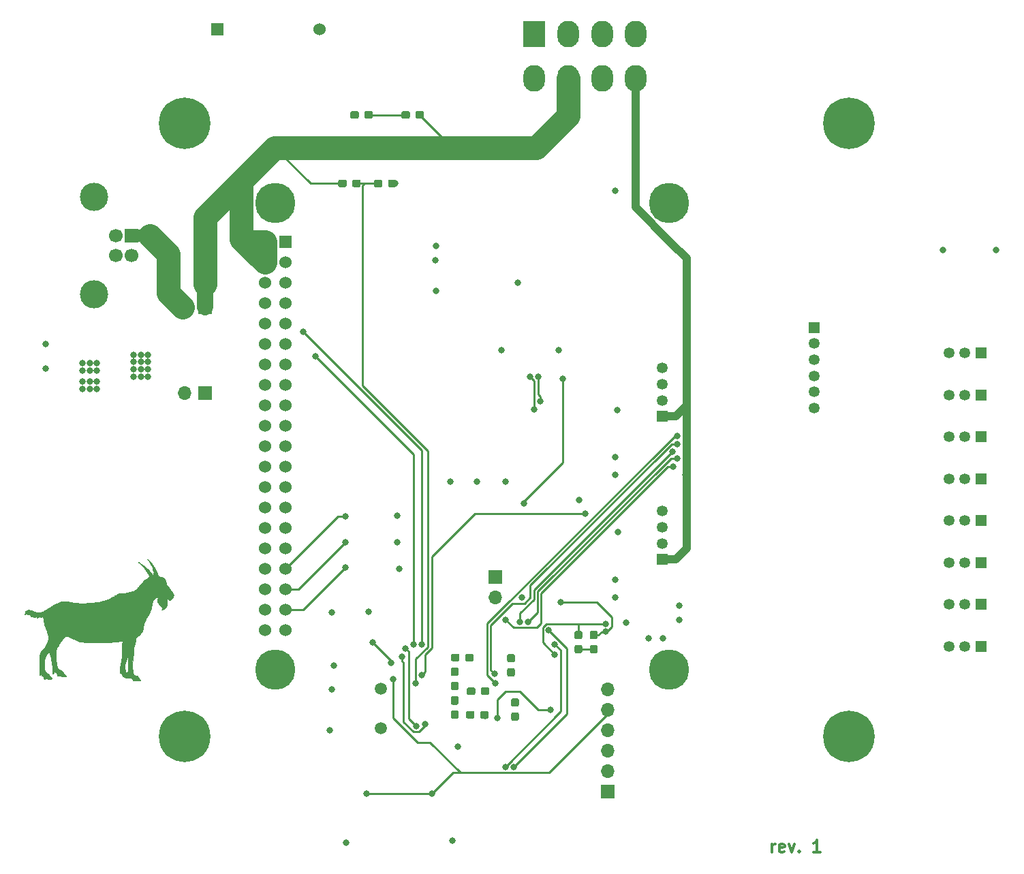
<source format=gtl>
G04 #@! TF.GenerationSoftware,KiCad,Pcbnew,(5.0.0)*
G04 #@! TF.CreationDate,2019-02-04T22:48:53-05:00*
G04 #@! TF.ProjectId,control board,636F6E74726F6C20626F6172642E6B69,rev?*
G04 #@! TF.SameCoordinates,Original*
G04 #@! TF.FileFunction,Copper,L1,Top,Signal*
G04 #@! TF.FilePolarity,Positive*
%FSLAX46Y46*%
G04 Gerber Fmt 4.6, Leading zero omitted, Abs format (unit mm)*
G04 Created by KiCad (PCBNEW (5.0.0)) date 02/04/19 22:48:53*
%MOMM*%
%LPD*%
G01*
G04 APERTURE LIST*
G04 #@! TA.AperFunction,NonConductor*
%ADD10C,0.300000*%
G04 #@! TD*
G04 #@! TA.AperFunction,EtchedComponent*
%ADD11C,0.010000*%
G04 #@! TD*
G04 #@! TA.AperFunction,Conductor*
%ADD12C,0.100000*%
G04 #@! TD*
G04 #@! TA.AperFunction,SMDPad,CuDef*
%ADD13C,0.950000*%
G04 #@! TD*
G04 #@! TA.AperFunction,ComponentPad*
%ADD14R,1.700000X1.700000*%
G04 #@! TD*
G04 #@! TA.AperFunction,ComponentPad*
%ADD15O,1.700000X1.700000*%
G04 #@! TD*
G04 #@! TA.AperFunction,ComponentPad*
%ADD16C,5.000000*%
G04 #@! TD*
G04 #@! TA.AperFunction,ComponentPad*
%ADD17R,1.524000X1.524000*%
G04 #@! TD*
G04 #@! TA.AperFunction,ComponentPad*
%ADD18C,1.524000*%
G04 #@! TD*
G04 #@! TA.AperFunction,ComponentPad*
%ADD19R,2.700000X3.300000*%
G04 #@! TD*
G04 #@! TA.AperFunction,ComponentPad*
%ADD20O,2.700000X3.300000*%
G04 #@! TD*
G04 #@! TA.AperFunction,ComponentPad*
%ADD21C,1.500000*%
G04 #@! TD*
G04 #@! TA.AperFunction,ComponentPad*
%ADD22C,1.350000*%
G04 #@! TD*
G04 #@! TA.AperFunction,ComponentPad*
%ADD23R,1.350000X1.350000*%
G04 #@! TD*
G04 #@! TA.AperFunction,ComponentPad*
%ADD24C,6.400000*%
G04 #@! TD*
G04 #@! TA.AperFunction,ComponentPad*
%ADD25C,1.700000*%
G04 #@! TD*
G04 #@! TA.AperFunction,ComponentPad*
%ADD26C,3.500000*%
G04 #@! TD*
G04 #@! TA.AperFunction,ViaPad*
%ADD27C,0.800000*%
G04 #@! TD*
G04 #@! TA.AperFunction,Conductor*
%ADD28C,0.250000*%
G04 #@! TD*
G04 #@! TA.AperFunction,Conductor*
%ADD29C,1.000000*%
G04 #@! TD*
G04 #@! TA.AperFunction,Conductor*
%ADD30C,3.000000*%
G04 #@! TD*
G04 #@! TA.AperFunction,Conductor*
%ADD31C,2.000000*%
G04 #@! TD*
G04 #@! TA.AperFunction,Conductor*
%ADD32C,1.500000*%
G04 #@! TD*
G04 APERTURE END LIST*
D10*
X133941714Y-153332571D02*
X133941714Y-152332571D01*
X133941714Y-152618285D02*
X134013142Y-152475428D01*
X134084571Y-152404000D01*
X134227428Y-152332571D01*
X134370285Y-152332571D01*
X135441714Y-153261142D02*
X135298857Y-153332571D01*
X135013142Y-153332571D01*
X134870285Y-153261142D01*
X134798857Y-153118285D01*
X134798857Y-152546857D01*
X134870285Y-152404000D01*
X135013142Y-152332571D01*
X135298857Y-152332571D01*
X135441714Y-152404000D01*
X135513142Y-152546857D01*
X135513142Y-152689714D01*
X134798857Y-152832571D01*
X136013142Y-152332571D02*
X136370285Y-153332571D01*
X136727428Y-152332571D01*
X137298857Y-153189714D02*
X137370285Y-153261142D01*
X137298857Y-153332571D01*
X137227428Y-153261142D01*
X137298857Y-153189714D01*
X137298857Y-153332571D01*
X139941714Y-153332571D02*
X139084571Y-153332571D01*
X139513142Y-153332571D02*
X139513142Y-151832571D01*
X139370285Y-152046857D01*
X139227428Y-152189714D01*
X139084571Y-152261142D01*
D11*
G04 #@! TO.C,G\002A\002A\002A*
G36*
X56306368Y-116950074D02*
X56327885Y-116967158D01*
X56361828Y-116996299D01*
X56408890Y-117037916D01*
X56419714Y-117047573D01*
X56530710Y-117151660D01*
X56643329Y-117266480D01*
X56753150Y-117387154D01*
X56855752Y-117508803D01*
X56946714Y-117626547D01*
X56956578Y-117640099D01*
X57113309Y-117871856D01*
X57252025Y-118108629D01*
X57373371Y-118351587D01*
X57457800Y-118549737D01*
X57481449Y-118612411D01*
X57507491Y-118686123D01*
X57534201Y-118765566D01*
X57559850Y-118845435D01*
X57582711Y-118920424D01*
X57601058Y-118985225D01*
X57607021Y-119008203D01*
X57616858Y-119047569D01*
X57722422Y-119086978D01*
X57774117Y-119105156D01*
X57835610Y-119125041D01*
X57901453Y-119145031D01*
X57966198Y-119163524D01*
X58024395Y-119178920D01*
X58070595Y-119189616D01*
X58073924Y-119190283D01*
X58093965Y-119196611D01*
X58125167Y-119209012D01*
X58162373Y-119225142D01*
X58200426Y-119242653D01*
X58234168Y-119259202D01*
X58258444Y-119272439D01*
X58266285Y-119277788D01*
X58281033Y-119288782D01*
X58305398Y-119305458D01*
X58322949Y-119316980D01*
X58369520Y-119352147D01*
X58419406Y-119398254D01*
X58466867Y-119449483D01*
X58506161Y-119500014D01*
X58511806Y-119508407D01*
X58542591Y-119561560D01*
X58566267Y-119617539D01*
X58583764Y-119679989D01*
X58596017Y-119752550D01*
X58603957Y-119838866D01*
X58606072Y-119876774D01*
X58609977Y-119945567D01*
X58615494Y-120000246D01*
X58624412Y-120044866D01*
X58638521Y-120083478D01*
X58659612Y-120120137D01*
X58689475Y-120158896D01*
X58729898Y-120203808D01*
X58768193Y-120243938D01*
X58809922Y-120287740D01*
X58847325Y-120328432D01*
X58882158Y-120368303D01*
X58916179Y-120409640D01*
X58951144Y-120454731D01*
X58988811Y-120505865D01*
X59030938Y-120565329D01*
X59079279Y-120635412D01*
X59135594Y-120718402D01*
X59157529Y-120750944D01*
X59203520Y-120818651D01*
X59250038Y-120886023D01*
X59295010Y-120950136D01*
X59336361Y-121008066D01*
X59372017Y-121056890D01*
X59399905Y-121093683D01*
X59406849Y-121102437D01*
X59456965Y-121167955D01*
X59493759Y-121224367D01*
X59518740Y-121274524D01*
X59533417Y-121321274D01*
X59538060Y-121350346D01*
X59540123Y-121397059D01*
X59533959Y-121432505D01*
X59517926Y-121463294D01*
X59506249Y-121478349D01*
X59492939Y-121495830D01*
X59486153Y-121512149D01*
X59484601Y-121533738D01*
X59486993Y-121567031D01*
X59487467Y-121571952D01*
X59486906Y-121645338D01*
X59470467Y-121709508D01*
X59438705Y-121763405D01*
X59392176Y-121805975D01*
X59352671Y-121827787D01*
X59325540Y-121841842D01*
X59307374Y-121855191D01*
X59302649Y-121862684D01*
X59297680Y-121877381D01*
X59284939Y-121901251D01*
X59274239Y-121918351D01*
X59236723Y-121959722D01*
X59186936Y-121992850D01*
X59131130Y-122013937D01*
X59110291Y-122017916D01*
X59055705Y-122017657D01*
X58992710Y-122004397D01*
X58925320Y-121979579D01*
X58857546Y-121944647D01*
X58800614Y-121906563D01*
X58766477Y-121883307D01*
X58739900Y-121871940D01*
X58719894Y-121873625D01*
X58705470Y-121889525D01*
X58695639Y-121920805D01*
X58689413Y-121968626D01*
X58685803Y-122034153D01*
X58685540Y-122041962D01*
X58684478Y-122086425D01*
X58684761Y-122124496D01*
X58686847Y-122160608D01*
X58691195Y-122199197D01*
X58698264Y-122244696D01*
X58708513Y-122301539D01*
X58717026Y-122346305D01*
X58733020Y-122434631D01*
X58743696Y-122507559D01*
X58749032Y-122567989D01*
X58749000Y-122618823D01*
X58743576Y-122662964D01*
X58732733Y-122703313D01*
X58716447Y-122742771D01*
X58713488Y-122748885D01*
X58672755Y-122813257D01*
X58626253Y-122862404D01*
X58593294Y-122894092D01*
X58560938Y-122928255D01*
X58536118Y-122957569D01*
X58535854Y-122957914D01*
X58491054Y-123006614D01*
X58431719Y-123056289D01*
X58362019Y-123104306D01*
X58286122Y-123148031D01*
X58208201Y-123184829D01*
X58134474Y-123211459D01*
X58075961Y-123228911D01*
X58096002Y-123194944D01*
X58110135Y-123156835D01*
X58116558Y-123107622D01*
X58115191Y-123053658D01*
X58105950Y-123001295D01*
X58098795Y-122978862D01*
X58066154Y-122910484D01*
X58018503Y-122839193D01*
X57955024Y-122763971D01*
X57874897Y-122683803D01*
X57824826Y-122638455D01*
X57746315Y-122561139D01*
X57682122Y-122478450D01*
X57627573Y-122384239D01*
X57620188Y-122369262D01*
X57575118Y-122259466D01*
X57547906Y-122153764D01*
X57538526Y-122052678D01*
X57546948Y-121956732D01*
X57573146Y-121866446D01*
X57617092Y-121782346D01*
X57654164Y-121732431D01*
X57679966Y-121699205D01*
X57692810Y-121675351D01*
X57691726Y-121660136D01*
X57675746Y-121652822D01*
X57643898Y-121652676D01*
X57595213Y-121658959D01*
X57564337Y-121664267D01*
X57515064Y-121671348D01*
X57460559Y-121676433D01*
X57414960Y-121678367D01*
X57377256Y-121679116D01*
X57354391Y-121681606D01*
X57342164Y-121686835D01*
X57336380Y-121695801D01*
X57335923Y-121697163D01*
X57322538Y-121719113D01*
X57299013Y-121742495D01*
X57271695Y-121762203D01*
X57246933Y-121773137D01*
X57240420Y-121773950D01*
X57224668Y-121777570D01*
X57211763Y-121791179D01*
X57197870Y-121818897D01*
X57197256Y-121820320D01*
X57165004Y-121874587D01*
X57121300Y-121917237D01*
X57081035Y-121940244D01*
X57057826Y-121955128D01*
X57035137Y-121980726D01*
X57012668Y-122017948D01*
X56990119Y-122067704D01*
X56967189Y-122130904D01*
X56943578Y-122208459D01*
X56918986Y-122301278D01*
X56893111Y-122410271D01*
X56865655Y-122536350D01*
X56836315Y-122680423D01*
X56835689Y-122683587D01*
X56809604Y-122812775D01*
X56785590Y-122925773D01*
X56762987Y-123025248D01*
X56741139Y-123113862D01*
X56719384Y-123194282D01*
X56697066Y-123269171D01*
X56673524Y-123341194D01*
X56672027Y-123345575D01*
X56645858Y-123418502D01*
X56618062Y-123488424D01*
X56587232Y-123558143D01*
X56551965Y-123630459D01*
X56510857Y-123708172D01*
X56462502Y-123794082D01*
X56405497Y-123890990D01*
X56363910Y-123959937D01*
X56293844Y-124075467D01*
X56232898Y-124176580D01*
X56180109Y-124265020D01*
X56134510Y-124342532D01*
X56095139Y-124410861D01*
X56061030Y-124471750D01*
X56031220Y-124526945D01*
X56004745Y-124578190D01*
X55980639Y-124627230D01*
X55957939Y-124675810D01*
X55935681Y-124725673D01*
X55917837Y-124766973D01*
X55872742Y-124881366D01*
X55837046Y-124992938D01*
X55809409Y-125107154D01*
X55788494Y-125229475D01*
X55774049Y-125353730D01*
X55761978Y-125462554D01*
X55747301Y-125557154D01*
X55728726Y-125642309D01*
X55704967Y-125722798D01*
X55674733Y-125803401D01*
X55636736Y-125888898D01*
X55620766Y-125922087D01*
X55539690Y-126066330D01*
X55442995Y-126199849D01*
X55331119Y-126322166D01*
X55204504Y-126432805D01*
X55063589Y-126531287D01*
X55054153Y-126537128D01*
X55010270Y-126565165D01*
X54973380Y-126592043D01*
X54942543Y-126619848D01*
X54916815Y-126650663D01*
X54895254Y-126686570D01*
X54876917Y-126729654D01*
X54860861Y-126781998D01*
X54846144Y-126845687D01*
X54831822Y-126922803D01*
X54816953Y-127015431D01*
X54806667Y-127084137D01*
X54789923Y-127193424D01*
X54773893Y-127287599D01*
X54757703Y-127370534D01*
X54740482Y-127446102D01*
X54721358Y-127518175D01*
X54699458Y-127590624D01*
X54677925Y-127655637D01*
X54650795Y-127738133D01*
X54627960Y-127815502D01*
X54608981Y-127890656D01*
X54593413Y-127966504D01*
X54580816Y-128045958D01*
X54570746Y-128131930D01*
X54562763Y-128227330D01*
X54556425Y-128335069D01*
X54551287Y-128458059D01*
X54549906Y-128498599D01*
X54545887Y-128618903D01*
X54542158Y-128722413D01*
X54538542Y-128811379D01*
X54534865Y-128888052D01*
X54530952Y-128954681D01*
X54526627Y-129013517D01*
X54521714Y-129066811D01*
X54516040Y-129116813D01*
X54509428Y-129165772D01*
X54501703Y-129215940D01*
X54492690Y-129269566D01*
X54487589Y-129298699D01*
X54453362Y-129522614D01*
X54430952Y-129742542D01*
X54420153Y-129963160D01*
X54420760Y-130189146D01*
X54432566Y-130425175D01*
X54435958Y-130470274D01*
X54443724Y-130556297D01*
X54453701Y-130647455D01*
X54465432Y-130740881D01*
X54478464Y-130833711D01*
X54492343Y-130923076D01*
X54506614Y-131006111D01*
X54520822Y-131079950D01*
X54534514Y-131141726D01*
X54547235Y-131188574D01*
X54552110Y-131202926D01*
X54580502Y-131259473D01*
X54620825Y-131306435D01*
X54674574Y-131344817D01*
X54743244Y-131375626D01*
X54828330Y-131399865D01*
X54853018Y-131405152D01*
X54931880Y-131422666D01*
X54993846Y-131440415D01*
X55041050Y-131459576D01*
X55075623Y-131481325D01*
X55099696Y-131506835D01*
X55115402Y-131537281D01*
X55120172Y-131552401D01*
X55137466Y-131593727D01*
X55169616Y-131645380D01*
X55216018Y-131706557D01*
X55276065Y-131776452D01*
X55340230Y-131845067D01*
X55454586Y-131963373D01*
X55428374Y-131973432D01*
X55382855Y-131988472D01*
X55326688Y-132003400D01*
X55265219Y-132017153D01*
X55203792Y-132028672D01*
X55147752Y-132036894D01*
X55102441Y-132040756D01*
X55088970Y-132040856D01*
X55053052Y-132038154D01*
X55014469Y-132032816D01*
X55007529Y-132031532D01*
X54975138Y-132023864D01*
X54934916Y-132012573D01*
X54904826Y-132003122D01*
X54875649Y-131993863D01*
X54852823Y-131988832D01*
X54830266Y-131987827D01*
X54801899Y-131990646D01*
X54761642Y-131997088D01*
X54755355Y-131998158D01*
X54692766Y-132007758D01*
X54644308Y-132012206D01*
X54605722Y-132011320D01*
X54572747Y-132004917D01*
X54541123Y-131992814D01*
X54532356Y-131988591D01*
X54484687Y-131954622D01*
X54449604Y-131908061D01*
X54429813Y-131852602D01*
X54428866Y-131847246D01*
X54422216Y-131823739D01*
X54408068Y-131808278D01*
X54384103Y-131795725D01*
X54355075Y-131778595D01*
X54326076Y-131754627D01*
X54301590Y-131728397D01*
X54286098Y-131704477D01*
X54282975Y-131692538D01*
X54280813Y-131684857D01*
X54271751Y-131681343D01*
X54251921Y-131681615D01*
X54217458Y-131685291D01*
X54213918Y-131685725D01*
X54181960Y-131688419D01*
X54135463Y-131690690D01*
X54078933Y-131692401D01*
X54016878Y-131693411D01*
X53959124Y-131693603D01*
X53884277Y-131692873D01*
X53823607Y-131691014D01*
X53772261Y-131687673D01*
X53725381Y-131682494D01*
X53678112Y-131675123D01*
X53659087Y-131671683D01*
X53544690Y-131646587D01*
X53445472Y-131616895D01*
X53362028Y-131582959D01*
X53294949Y-131545129D01*
X53244828Y-131503756D01*
X53212258Y-131459190D01*
X53197832Y-131411783D01*
X53197125Y-131398342D01*
X53192693Y-131380629D01*
X53184497Y-131375150D01*
X53162973Y-131366039D01*
X53143311Y-131340361D01*
X53126989Y-131300594D01*
X53117937Y-131263583D01*
X53109248Y-131225948D01*
X53098844Y-131192727D01*
X53089088Y-131171315D01*
X53078316Y-131157500D01*
X53064721Y-131148103D01*
X53043753Y-131141404D01*
X53010862Y-131135680D01*
X52986035Y-131132324D01*
X52941511Y-131119495D01*
X52906415Y-131092999D01*
X52879833Y-131051613D01*
X52860848Y-130994111D01*
X52853221Y-130954582D01*
X52847472Y-130906211D01*
X52844707Y-130852004D01*
X52845078Y-130790938D01*
X52848739Y-130721990D01*
X52855841Y-130644139D01*
X52866538Y-130556360D01*
X52880984Y-130457634D01*
X52899331Y-130346936D01*
X52921731Y-130223245D01*
X52933917Y-130160177D01*
X53504839Y-130160177D01*
X53505696Y-130242773D01*
X53507303Y-130341824D01*
X53507386Y-130346450D01*
X53509571Y-130454059D01*
X53512083Y-130544621D01*
X53515131Y-130620137D01*
X53518923Y-130682610D01*
X53523668Y-130734042D01*
X53529575Y-130776434D01*
X53536852Y-130811790D01*
X53545708Y-130842111D01*
X53556352Y-130869399D01*
X53563477Y-130884728D01*
X53600132Y-130943490D01*
X53647049Y-130993969D01*
X53700703Y-131033555D01*
X53757571Y-131059641D01*
X53813183Y-131069597D01*
X53830867Y-131069025D01*
X53840509Y-131063047D01*
X53845500Y-131046970D01*
X53848780Y-131020343D01*
X53851394Y-130992603D01*
X53854905Y-130950859D01*
X53858911Y-130900112D01*
X53863008Y-130845363D01*
X53864299Y-130827462D01*
X53869599Y-130761647D01*
X53876649Y-130685999D01*
X53884557Y-130609550D01*
X53892431Y-130541332D01*
X53892976Y-130536950D01*
X53901338Y-130462281D01*
X53906958Y-130391272D01*
X53909831Y-130320257D01*
X53909957Y-130245570D01*
X53907329Y-130163545D01*
X53901947Y-130070515D01*
X53893806Y-129962815D01*
X53892450Y-129946400D01*
X53882513Y-129809556D01*
X53876403Y-129684257D01*
X53874132Y-129571993D01*
X53875710Y-129474253D01*
X53881147Y-129392529D01*
X53887950Y-129341583D01*
X53894154Y-129303875D01*
X53897266Y-129274724D01*
X53897055Y-129248048D01*
X53893291Y-129217766D01*
X53885745Y-129177797D01*
X53880879Y-129154187D01*
X53871249Y-129108992D01*
X53863912Y-129079360D01*
X53857497Y-129062161D01*
X53850631Y-129054268D01*
X53841941Y-129052548D01*
X53836516Y-129053021D01*
X53826185Y-129056143D01*
X53817162Y-129064713D01*
X53807871Y-129081772D01*
X53796737Y-129110361D01*
X53782187Y-129153522D01*
X53778346Y-129165350D01*
X53757352Y-129227252D01*
X53731396Y-129299201D01*
X53702850Y-129374969D01*
X53674086Y-129448327D01*
X53647475Y-129513045D01*
X53635111Y-129541587D01*
X53620599Y-129576924D01*
X53602678Y-129624431D01*
X53583496Y-129678054D01*
X53565198Y-129731741D01*
X53549932Y-129779438D01*
X53545586Y-129794000D01*
X53534263Y-129834289D01*
X53525063Y-129871183D01*
X53517814Y-129907161D01*
X53512346Y-129944706D01*
X53508486Y-129986299D01*
X53506062Y-130034421D01*
X53504904Y-130091553D01*
X53504839Y-130160177D01*
X52933917Y-130160177D01*
X52948339Y-130085537D01*
X52979306Y-129932790D01*
X53014786Y-129763983D01*
X53054931Y-129578092D01*
X53068142Y-129517775D01*
X53140324Y-129189162D01*
X53131100Y-129032000D01*
X53120565Y-128796168D01*
X53116355Y-128553488D01*
X53118527Y-128301972D01*
X53127133Y-128039638D01*
X53142230Y-127764500D01*
X53163870Y-127474574D01*
X53178505Y-127308923D01*
X53183846Y-127248669D01*
X53188120Y-127194994D01*
X53191140Y-127150729D01*
X53192721Y-127118704D01*
X53192679Y-127101750D01*
X53192210Y-127099859D01*
X53181018Y-127098778D01*
X53155790Y-127100467D01*
X53121280Y-127104555D01*
X53108711Y-127106361D01*
X52938884Y-127131311D01*
X52784424Y-127152913D01*
X52642019Y-127171561D01*
X52508360Y-127187650D01*
X52380133Y-127201575D01*
X52254028Y-127213731D01*
X52126733Y-127224513D01*
X52101749Y-127226468D01*
X52017876Y-127232717D01*
X51936903Y-127238204D01*
X51857155Y-127242963D01*
X51776955Y-127247027D01*
X51694626Y-127250427D01*
X51608496Y-127253197D01*
X51516885Y-127255370D01*
X51418121Y-127256977D01*
X51310524Y-127258052D01*
X51192421Y-127258628D01*
X51062136Y-127258736D01*
X50917992Y-127258411D01*
X50758314Y-127257683D01*
X50581425Y-127256587D01*
X50563462Y-127256463D01*
X50388913Y-127255401D01*
X50226361Y-127254710D01*
X50076676Y-127254389D01*
X49940723Y-127254433D01*
X49819372Y-127254839D01*
X49713490Y-127255605D01*
X49623944Y-127256727D01*
X49551602Y-127258202D01*
X49497331Y-127260028D01*
X49491900Y-127260279D01*
X49415473Y-127263707D01*
X49327294Y-127267277D01*
X49234655Y-127270718D01*
X49144848Y-127273758D01*
X49068037Y-127276048D01*
X48781927Y-127274330D01*
X48496808Y-127253762D01*
X48213419Y-127214541D01*
X47932498Y-127156866D01*
X47654782Y-127080935D01*
X47381012Y-126986945D01*
X47111924Y-126875096D01*
X46848258Y-126745584D01*
X46629637Y-126622168D01*
X46559478Y-126580358D01*
X46503078Y-126547542D01*
X46458021Y-126522647D01*
X46421894Y-126504598D01*
X46392284Y-126492322D01*
X46366776Y-126484745D01*
X46342956Y-126480794D01*
X46318411Y-126479394D01*
X46308501Y-126479307D01*
X46247576Y-126483778D01*
X46191131Y-126498488D01*
X46133421Y-126525363D01*
X46088129Y-126553150D01*
X46040945Y-126587200D01*
X45991917Y-126628393D01*
X45940338Y-126677620D01*
X45885499Y-126735775D01*
X45826695Y-126803751D01*
X45763216Y-126882440D01*
X45694357Y-126972735D01*
X45619410Y-127075528D01*
X45537667Y-127191714D01*
X45448422Y-127322183D01*
X45350967Y-127467830D01*
X45288527Y-127562467D01*
X45221799Y-127664921D01*
X45165306Y-127753645D01*
X45118085Y-127830316D01*
X45079171Y-127896613D01*
X45047598Y-127954216D01*
X45022404Y-128004802D01*
X45002622Y-128050051D01*
X44991462Y-128079500D01*
X44956968Y-128184123D01*
X44929878Y-128283875D01*
X44909528Y-128383037D01*
X44895254Y-128485891D01*
X44886393Y-128596718D01*
X44882282Y-128719802D01*
X44881800Y-128787207D01*
X44882503Y-128866582D01*
X44884774Y-128944354D01*
X44888856Y-129022889D01*
X44894991Y-129104553D01*
X44903422Y-129191714D01*
X44914391Y-129286735D01*
X44928141Y-129391985D01*
X44944914Y-129509829D01*
X44964952Y-129642634D01*
X44978147Y-129727324D01*
X44989340Y-129800085D01*
X45001874Y-129884183D01*
X45014648Y-129972062D01*
X45026560Y-130056167D01*
X45034229Y-130111947D01*
X45043597Y-130179926D01*
X45051435Y-130232348D01*
X45058509Y-130272560D01*
X45065584Y-130303917D01*
X45073428Y-130329769D01*
X45082807Y-130353469D01*
X45094485Y-130378367D01*
X45095674Y-130380778D01*
X45128497Y-130434678D01*
X45174818Y-130493117D01*
X45231045Y-130552215D01*
X45293587Y-130608091D01*
X45337141Y-130641724D01*
X45370569Y-130665092D01*
X45413913Y-130694239D01*
X45463622Y-130726896D01*
X45516142Y-130760794D01*
X45567924Y-130793666D01*
X45615416Y-130823240D01*
X45655066Y-130847250D01*
X45683323Y-130863425D01*
X45688014Y-130865889D01*
X45711655Y-130878567D01*
X45727148Y-130888048D01*
X45729524Y-130890003D01*
X45739495Y-130898011D01*
X45760032Y-130912832D01*
X45777150Y-130924710D01*
X45806693Y-130946638D01*
X45833295Y-130969205D01*
X45843010Y-130978750D01*
X45857690Y-130996005D01*
X45860039Y-131007223D01*
X45851099Y-131019934D01*
X45849025Y-131022241D01*
X45839804Y-131036899D01*
X45837649Y-131054213D01*
X45843487Y-131075447D01*
X45858250Y-131101861D01*
X45882863Y-131134717D01*
X45918258Y-131175278D01*
X45965362Y-131224804D01*
X46025105Y-131284559D01*
X46085131Y-131342997D01*
X46128769Y-131385350D01*
X46167374Y-131423247D01*
X46198966Y-131454708D01*
X46221570Y-131477759D01*
X46233207Y-131490422D01*
X46234350Y-131492155D01*
X46225725Y-131496178D01*
X46202946Y-131502114D01*
X46170654Y-131508780D01*
X46165293Y-131509767D01*
X46084480Y-131519127D01*
X45986788Y-131520952D01*
X45872047Y-131515236D01*
X45740091Y-131501973D01*
X45648562Y-131489813D01*
X45572139Y-131479646D01*
X45491806Y-131470372D01*
X45413434Y-131462584D01*
X45342897Y-131456869D01*
X45292737Y-131454055D01*
X45236305Y-131451680D01*
X45195558Y-131449245D01*
X45167141Y-131446206D01*
X45147695Y-131442019D01*
X45133862Y-131436142D01*
X45122286Y-131428031D01*
X45119945Y-131426093D01*
X45095524Y-131397378D01*
X45085802Y-131362728D01*
X45089938Y-131318478D01*
X45092661Y-131306950D01*
X45104551Y-131260555D01*
X45065853Y-131220221D01*
X45042590Y-131193360D01*
X45014232Y-131156834D01*
X44985756Y-131117149D01*
X44976664Y-131103687D01*
X44937761Y-131046526D01*
X44905569Y-131003249D01*
X44877596Y-130971064D01*
X44851344Y-130947177D01*
X44824318Y-130928796D01*
X44816385Y-130924317D01*
X44770683Y-130904196D01*
X44735299Y-130898989D01*
X44710800Y-130908691D01*
X44700150Y-130925093D01*
X44682741Y-130966362D01*
X44659546Y-131013714D01*
X44633498Y-131061849D01*
X44607526Y-131105464D01*
X44584564Y-131139258D01*
X44575714Y-131150162D01*
X44555655Y-131172161D01*
X44544684Y-131181274D01*
X44539246Y-131178873D01*
X44535786Y-131166325D01*
X44535632Y-131165600D01*
X44534035Y-131149720D01*
X44532223Y-131117695D01*
X44530310Y-131072424D01*
X44528408Y-131016809D01*
X44526629Y-130953752D01*
X44525452Y-130903662D01*
X44519087Y-130736084D01*
X44507232Y-130555423D01*
X44490454Y-130366652D01*
X44469327Y-130174749D01*
X44444418Y-129984688D01*
X44416299Y-129801446D01*
X44385540Y-129629998D01*
X44371539Y-129560637D01*
X44362734Y-129518319D01*
X44353921Y-129475463D01*
X44348014Y-129446337D01*
X44331466Y-129365902D01*
X44311843Y-129273993D01*
X44289925Y-129173998D01*
X44266491Y-129069306D01*
X44242319Y-128963309D01*
X44218190Y-128859396D01*
X44194881Y-128760956D01*
X44173174Y-128671380D01*
X44153847Y-128594056D01*
X44139293Y-128538346D01*
X44129800Y-128513506D01*
X44116337Y-128501026D01*
X44096389Y-128500969D01*
X44067439Y-128513401D01*
X44026971Y-128538386D01*
X44022540Y-128541345D01*
X43915446Y-128624634D01*
X43819923Y-128723037D01*
X43735988Y-128836521D01*
X43663657Y-128965056D01*
X43602945Y-129108610D01*
X43553869Y-129267152D01*
X43516445Y-129440651D01*
X43495573Y-129584449D01*
X43488417Y-129655652D01*
X43481885Y-129740188D01*
X43476153Y-129833653D01*
X43471401Y-129931645D01*
X43467809Y-130029764D01*
X43465553Y-130123606D01*
X43464813Y-130208769D01*
X43465768Y-130280851D01*
X43466494Y-130301226D01*
X43476599Y-130437863D01*
X43494856Y-130559602D01*
X43521891Y-130669047D01*
X43558331Y-130768801D01*
X43598795Y-130850852D01*
X43642960Y-130917291D01*
X43702146Y-130986704D01*
X43773288Y-131056088D01*
X43853320Y-131122437D01*
X43934062Y-131179448D01*
X43988054Y-131214716D01*
X44028038Y-131241825D01*
X44056109Y-131262792D01*
X44074364Y-131279634D01*
X44084898Y-131294367D01*
X44089806Y-131309009D01*
X44091185Y-131325578D01*
X44091225Y-131330701D01*
X44094314Y-131357133D01*
X44105364Y-131383733D01*
X44127048Y-131416636D01*
X44130946Y-131421909D01*
X44166986Y-131468064D01*
X44211288Y-131521520D01*
X44259768Y-131577623D01*
X44308337Y-131631719D01*
X44352910Y-131679152D01*
X44384059Y-131710237D01*
X44440833Y-131764337D01*
X44387472Y-131788034D01*
X44343491Y-131806319D01*
X44302311Y-131820110D01*
X44260830Y-131829640D01*
X44215947Y-131835147D01*
X44164559Y-131836867D01*
X44103564Y-131835037D01*
X44029860Y-131829892D01*
X43942803Y-131821911D01*
X43869694Y-131814920D01*
X43811850Y-131809954D01*
X43765606Y-131806905D01*
X43727298Y-131805664D01*
X43693260Y-131806120D01*
X43659828Y-131808165D01*
X43623336Y-131811690D01*
X43618279Y-131812240D01*
X43554131Y-131817698D01*
X43504837Y-131817690D01*
X43466825Y-131811588D01*
X43436523Y-131798761D01*
X43410360Y-131778581D01*
X43406667Y-131774976D01*
X43380408Y-131741545D01*
X43365048Y-131702602D01*
X43359470Y-131653925D01*
X43361398Y-131603958D01*
X43363830Y-131571566D01*
X43363381Y-131547341D01*
X43357827Y-131528051D01*
X43344946Y-131510464D01*
X43322515Y-131491350D01*
X43288310Y-131467475D01*
X43250141Y-131442227D01*
X43185532Y-131397135D01*
X43137808Y-131358010D01*
X43106056Y-131324026D01*
X43091057Y-131298846D01*
X43077671Y-131277600D01*
X43058001Y-131270521D01*
X43053193Y-131270374D01*
X43036248Y-131273624D01*
X43020194Y-131285676D01*
X43001018Y-131309985D01*
X42992338Y-131322762D01*
X42973313Y-131349471D01*
X42957402Y-131368344D01*
X42948372Y-131375150D01*
X42935836Y-131365826D01*
X42921878Y-131338491D01*
X42906893Y-131294096D01*
X42893197Y-131241799D01*
X42880386Y-131186661D01*
X42872011Y-131144460D01*
X42867923Y-131109643D01*
X42867974Y-131076658D01*
X42872014Y-131039953D01*
X42879895Y-130993973D01*
X42885739Y-130963113D01*
X42896234Y-130903663D01*
X42906273Y-130838737D01*
X42914622Y-130776761D01*
X42919515Y-130732212D01*
X42923174Y-130678300D01*
X42925912Y-130607813D01*
X42927743Y-130523203D01*
X42928679Y-130426922D01*
X42928732Y-130321422D01*
X42927917Y-130209155D01*
X42926245Y-130092573D01*
X42923731Y-129974128D01*
X42920386Y-129856272D01*
X42916225Y-129741458D01*
X42913990Y-129689225D01*
X42908518Y-129549831D01*
X42904847Y-129415774D01*
X42902955Y-129288867D01*
X42902823Y-129170922D01*
X42904432Y-129063754D01*
X42907761Y-128969174D01*
X42912792Y-128888998D01*
X42919503Y-128825038D01*
X42923678Y-128798637D01*
X42940682Y-128716555D01*
X42959728Y-128648593D01*
X42983147Y-128589828D01*
X43013274Y-128535332D01*
X43052441Y-128480178D01*
X43102981Y-128419441D01*
X43103594Y-128418741D01*
X43263892Y-128229022D01*
X43407330Y-128045060D01*
X43534728Y-127865512D01*
X43646904Y-127689038D01*
X43744676Y-127514294D01*
X43828863Y-127339938D01*
X43900284Y-127164629D01*
X43942154Y-127043636D01*
X43968510Y-126959129D01*
X43988178Y-126889192D01*
X44001690Y-126830763D01*
X44009575Y-126780782D01*
X44012365Y-126736190D01*
X44010592Y-126693926D01*
X44007434Y-126667550D01*
X43994612Y-126594604D01*
X43975468Y-126506898D01*
X43950812Y-126407335D01*
X43921454Y-126298820D01*
X43888203Y-126184257D01*
X43851868Y-126066552D01*
X43813261Y-125948608D01*
X43781061Y-125855412D01*
X43757516Y-125788950D01*
X43730848Y-125713667D01*
X43703985Y-125637829D01*
X43679853Y-125569696D01*
X43674781Y-125555374D01*
X43614254Y-125381812D01*
X43561249Y-125223731D01*
X43515353Y-125079293D01*
X43476153Y-124946663D01*
X43443234Y-124824001D01*
X43416184Y-124709471D01*
X43394589Y-124601235D01*
X43378036Y-124497458D01*
X43366110Y-124396299D01*
X43358400Y-124295923D01*
X43354490Y-124194493D01*
X43353792Y-124129005D01*
X43353684Y-124062076D01*
X43353328Y-124011812D01*
X43352483Y-123975826D01*
X43350910Y-123951735D01*
X43348367Y-123937152D01*
X43344613Y-123929692D01*
X43339410Y-123926970D01*
X43333389Y-123926599D01*
X43314395Y-123934452D01*
X43289073Y-123956368D01*
X43273876Y-123973183D01*
X43245468Y-124003269D01*
X43209339Y-124036681D01*
X43174754Y-124065052D01*
X43143695Y-124086747D01*
X43107828Y-124109048D01*
X43071006Y-124129913D01*
X43037083Y-124147298D01*
X43009913Y-124159162D01*
X42993349Y-124163461D01*
X42990600Y-124162650D01*
X42990679Y-124151887D01*
X42995576Y-124129032D01*
X43000492Y-124111526D01*
X43012567Y-124063494D01*
X43014538Y-124031589D01*
X43006128Y-124015626D01*
X42987062Y-124015420D01*
X42957064Y-124030786D01*
X42920443Y-124057814D01*
X42868480Y-124094449D01*
X42807252Y-124129263D01*
X42741352Y-124160339D01*
X42675375Y-124185761D01*
X42613916Y-124203610D01*
X42561568Y-124211967D01*
X42550223Y-124212349D01*
X42534641Y-124210471D01*
X42530243Y-124201064D01*
X42533310Y-124181393D01*
X42539929Y-124148328D01*
X42545446Y-124118408D01*
X42551015Y-124086380D01*
X42509113Y-124091535D01*
X42481037Y-124096409D01*
X42441422Y-124105082D01*
X42397020Y-124116029D01*
X42377397Y-124121258D01*
X42326245Y-124133421D01*
X42270091Y-124143923D01*
X42219109Y-124150925D01*
X42207381Y-124151991D01*
X42127179Y-124158155D01*
X42146381Y-124120516D01*
X42160613Y-124086944D01*
X42171201Y-124052183D01*
X42172471Y-124046168D01*
X42179357Y-124009460D01*
X42142309Y-124015407D01*
X42111083Y-124021573D01*
X42072934Y-124030635D01*
X42053180Y-124035889D01*
X41984647Y-124047937D01*
X41911138Y-124049017D01*
X41845161Y-124039494D01*
X41818463Y-124032619D01*
X41800802Y-124027418D01*
X41797227Y-124025941D01*
X41800573Y-124017434D01*
X41812391Y-123997407D01*
X41830243Y-123969955D01*
X41832946Y-123965956D01*
X41857790Y-123924468D01*
X41870263Y-123892089D01*
X41870113Y-123870245D01*
X41857088Y-123860360D01*
X41851724Y-123859925D01*
X41833257Y-123861795D01*
X41802050Y-123866766D01*
X41763977Y-123873874D01*
X41752760Y-123876142D01*
X41673971Y-123892360D01*
X41580054Y-123848288D01*
X41495589Y-123811938D01*
X41419321Y-123786995D01*
X41345277Y-123772135D01*
X41267484Y-123766031D01*
X41209912Y-123766192D01*
X41158933Y-123768092D01*
X41122609Y-123770884D01*
X41096544Y-123775297D01*
X41076343Y-123782059D01*
X41058693Y-123791255D01*
X41035425Y-123803170D01*
X41019324Y-123808045D01*
X41016020Y-123807320D01*
X41017438Y-123796824D01*
X41026224Y-123773874D01*
X41040661Y-123742758D01*
X41046631Y-123730925D01*
X41074908Y-123684745D01*
X41110793Y-123638842D01*
X41150021Y-123597816D01*
X41188332Y-123566271D01*
X41211888Y-123552491D01*
X41229339Y-123537053D01*
X41233725Y-123514369D01*
X41233725Y-123486196D01*
X41152762Y-123492941D01*
X41107730Y-123495612D01*
X41080904Y-123494567D01*
X41071804Y-123489787D01*
X41071799Y-123489633D01*
X41078154Y-123478952D01*
X41095233Y-123458481D01*
X41120053Y-123431665D01*
X41136680Y-123414701D01*
X41211769Y-123350284D01*
X41292903Y-123301671D01*
X41380966Y-123268738D01*
X41476839Y-123251358D01*
X41581403Y-123249409D01*
X41695541Y-123262765D01*
X41820134Y-123291302D01*
X41881424Y-123309564D01*
X41936628Y-123327658D01*
X41989047Y-123346199D01*
X42042266Y-123366644D01*
X42099872Y-123390451D01*
X42165449Y-123419081D01*
X42242582Y-123453992D01*
X42289381Y-123475544D01*
X42368956Y-123511654D01*
X42435322Y-123539795D01*
X42492098Y-123560933D01*
X42542903Y-123576032D01*
X42591353Y-123586056D01*
X42641067Y-123591970D01*
X42695663Y-123594738D01*
X42738674Y-123595321D01*
X42793007Y-123594592D01*
X42846778Y-123592277D01*
X42893899Y-123588733D01*
X42928278Y-123584315D01*
X42929174Y-123584150D01*
X43038226Y-123557116D01*
X43157769Y-123515131D01*
X43286986Y-123458570D01*
X43425057Y-123387810D01*
X43571164Y-123303229D01*
X43656213Y-123249951D01*
X43708792Y-123216198D01*
X43757718Y-123184874D01*
X43800078Y-123157838D01*
X43832960Y-123136947D01*
X43853450Y-123124061D01*
X43856238Y-123122342D01*
X43871798Y-123112746D01*
X43901242Y-123094498D01*
X43942282Y-123069021D01*
X43992634Y-123037735D01*
X44050009Y-123002059D01*
X44112121Y-122963415D01*
X44134087Y-122949743D01*
X44252132Y-122876605D01*
X44356691Y-122812610D01*
X44450158Y-122756370D01*
X44534922Y-122706499D01*
X44613374Y-122661609D01*
X44687906Y-122620313D01*
X44760907Y-122581225D01*
X44834770Y-122542957D01*
X44838937Y-122540833D01*
X45048548Y-122440265D01*
X45249820Y-122356507D01*
X45443203Y-122289465D01*
X45629150Y-122239049D01*
X45808111Y-122205167D01*
X45980540Y-122187728D01*
X46146887Y-122186641D01*
X46307604Y-122201813D01*
X46415324Y-122221686D01*
X46456872Y-122230996D01*
X46510124Y-122243023D01*
X46568216Y-122256215D01*
X46624212Y-122268998D01*
X46849246Y-122314661D01*
X47090961Y-122352457D01*
X47348663Y-122382331D01*
X47621660Y-122404230D01*
X47909257Y-122418101D01*
X48210763Y-122423890D01*
X48525483Y-122421541D01*
X48574442Y-122420468D01*
X48917285Y-122406777D01*
X49256746Y-122382257D01*
X49591228Y-122347202D01*
X49919134Y-122301906D01*
X50238866Y-122246664D01*
X50548827Y-122181767D01*
X50847419Y-122107511D01*
X51133044Y-122024188D01*
X51404106Y-121932093D01*
X51563587Y-121870944D01*
X51633846Y-121842657D01*
X51688386Y-121820378D01*
X51729194Y-121803081D01*
X51758256Y-121789745D01*
X51777559Y-121779346D01*
X51789090Y-121770859D01*
X51794834Y-121763261D01*
X51796779Y-121755529D01*
X51796950Y-121750710D01*
X51790525Y-121730482D01*
X51780281Y-121721732D01*
X51775539Y-121716357D01*
X51786385Y-121709159D01*
X51814323Y-121699165D01*
X51815999Y-121698636D01*
X51844001Y-121689020D01*
X51884776Y-121673967D01*
X51933488Y-121655309D01*
X51985301Y-121634879D01*
X52001813Y-121628239D01*
X52054945Y-121607468D01*
X52107937Y-121587981D01*
X52155485Y-121571651D01*
X52192282Y-121560350D01*
X52199946Y-121558339D01*
X52233819Y-121549447D01*
X52252921Y-121542093D01*
X52261097Y-121533762D01*
X52262192Y-121521943D01*
X52261782Y-121517919D01*
X52255082Y-121499490D01*
X52236955Y-121487879D01*
X52223973Y-121483689D01*
X52199865Y-121475949D01*
X52184709Y-121469253D01*
X52183356Y-121468221D01*
X52190038Y-121464386D01*
X52212092Y-121457618D01*
X52246204Y-121448679D01*
X52289057Y-121438328D01*
X52337337Y-121427325D01*
X52387727Y-121416429D01*
X52436912Y-121406402D01*
X52481576Y-121398003D01*
X52511325Y-121393043D01*
X52553944Y-121387804D01*
X52598224Y-121384332D01*
X52623876Y-121383496D01*
X52653120Y-121382940D01*
X52667789Y-121379735D01*
X52672358Y-121371412D01*
X52671501Y-121357231D01*
X52665266Y-121338542D01*
X52648649Y-121322827D01*
X52623543Y-121308740D01*
X52588761Y-121294295D01*
X52553131Y-121283714D01*
X52540199Y-121281292D01*
X52516254Y-121276344D01*
X52502839Y-121270203D01*
X52501799Y-121268240D01*
X52510753Y-121259583D01*
X52535451Y-121250156D01*
X52572647Y-121240706D01*
X52619097Y-121231977D01*
X52671553Y-121224716D01*
X52706587Y-121221199D01*
X52755755Y-121217905D01*
X52816933Y-121215137D01*
X52883085Y-121213145D01*
X52947175Y-121212180D01*
X52961206Y-121212130D01*
X53046609Y-121210634D01*
X53122685Y-121205832D01*
X53198987Y-121196956D01*
X53252085Y-121188829D01*
X53317778Y-121178971D01*
X53392197Y-121169270D01*
X53466170Y-121160847D01*
X53530149Y-121154852D01*
X53610672Y-121146877D01*
X53675737Y-121136703D01*
X53728872Y-121123753D01*
X53738708Y-121120671D01*
X53769920Y-121111601D01*
X53815754Y-121099760D01*
X53872155Y-121086123D01*
X53935066Y-121071665D01*
X54000432Y-121057360D01*
X54015649Y-121054139D01*
X54147516Y-121025584D01*
X54262556Y-120998731D01*
X54362838Y-120972888D01*
X54450434Y-120947367D01*
X54527415Y-120921476D01*
X54595853Y-120894527D01*
X54657818Y-120865828D01*
X54715381Y-120834689D01*
X54763987Y-120804755D01*
X54799606Y-120780171D01*
X54837389Y-120751717D01*
X54874182Y-120722073D01*
X54906833Y-120693917D01*
X54932191Y-120669927D01*
X54947102Y-120652781D01*
X54949725Y-120646932D01*
X54956969Y-120633178D01*
X54967194Y-120624622D01*
X54976768Y-120615416D01*
X54997492Y-120593222D01*
X55028084Y-120559482D01*
X55067259Y-120515640D01*
X55113737Y-120463141D01*
X55166232Y-120403428D01*
X55223462Y-120337945D01*
X55284143Y-120268135D01*
X55288663Y-120262920D01*
X55425162Y-120106920D01*
X55551765Y-119965506D01*
X55669527Y-119837677D01*
X55779503Y-119722432D01*
X55882751Y-119618773D01*
X55980327Y-119525698D01*
X56073287Y-119442208D01*
X56162687Y-119367302D01*
X56249583Y-119299978D01*
X56335032Y-119239239D01*
X56420089Y-119184083D01*
X56441883Y-119170766D01*
X56483917Y-119144913D01*
X56512038Y-119126013D01*
X56528953Y-119111715D01*
X56537370Y-119099663D01*
X56539995Y-119087503D01*
X56540058Y-119085391D01*
X56535337Y-119062989D01*
X56521540Y-119026580D01*
X56499788Y-118978246D01*
X56471205Y-118920070D01*
X56436913Y-118854137D01*
X56398032Y-118782529D01*
X56355685Y-118707328D01*
X56310994Y-118630619D01*
X56265081Y-118554484D01*
X56219068Y-118481006D01*
X56192226Y-118439591D01*
X56055974Y-118244135D01*
X55905367Y-118049591D01*
X55743890Y-117859954D01*
X55575028Y-117679214D01*
X55402263Y-117511366D01*
X55310461Y-117429131D01*
X55270224Y-117393972D01*
X55235534Y-117363288D01*
X55208734Y-117339181D01*
X55192165Y-117323753D01*
X55187849Y-117319083D01*
X55195358Y-117319160D01*
X55216625Y-117328883D01*
X55249765Y-117347027D01*
X55292891Y-117372368D01*
X55344118Y-117403683D01*
X55401558Y-117439749D01*
X55463326Y-117479342D01*
X55527535Y-117521237D01*
X55592298Y-117564212D01*
X55655730Y-117607042D01*
X55715945Y-117648505D01*
X55771054Y-117687376D01*
X55819174Y-117722432D01*
X55858417Y-117752449D01*
X55868909Y-117760886D01*
X56023137Y-117889840D01*
X56163101Y-118013297D01*
X56291685Y-118134059D01*
X56411771Y-118254930D01*
X56526242Y-118378714D01*
X56637979Y-118508213D01*
X56640836Y-118511637D01*
X56669216Y-118546472D01*
X56703480Y-118589784D01*
X56741387Y-118638606D01*
X56780692Y-118689970D01*
X56819156Y-118740907D01*
X56854533Y-118788452D01*
X56884582Y-118829634D01*
X56907061Y-118861488D01*
X56918901Y-118879618D01*
X56934528Y-118899455D01*
X56953454Y-118905459D01*
X56964189Y-118904974D01*
X56975676Y-118903297D01*
X56984485Y-118898930D01*
X56991998Y-118888962D01*
X56999599Y-118870480D01*
X57008669Y-118840571D01*
X57020592Y-118796323D01*
X57026570Y-118773575D01*
X57039741Y-118724984D01*
X57052278Y-118681620D01*
X57062948Y-118647551D01*
X57070521Y-118626845D01*
X57071814Y-118624182D01*
X57079074Y-118606811D01*
X57082104Y-118586144D01*
X57080532Y-118559189D01*
X57073986Y-118522958D01*
X57062091Y-118474457D01*
X57045791Y-118415321D01*
X56978871Y-118198401D01*
X56904215Y-117993866D01*
X56819707Y-117796925D01*
X56723231Y-117602794D01*
X56612673Y-117406682D01*
X56566462Y-117330537D01*
X56546471Y-117299481D01*
X56518499Y-117257748D01*
X56485189Y-117209111D01*
X56449184Y-117157344D01*
X56413127Y-117106221D01*
X56379663Y-117059515D01*
X56351433Y-117021000D01*
X56331083Y-116994449D01*
X56330688Y-116993958D01*
X56309437Y-116966989D01*
X56297837Y-116950407D01*
X56296583Y-116944629D01*
X56306368Y-116950074D01*
X56306368Y-116950074D01*
G37*
X56306368Y-116950074D02*
X56327885Y-116967158D01*
X56361828Y-116996299D01*
X56408890Y-117037916D01*
X56419714Y-117047573D01*
X56530710Y-117151660D01*
X56643329Y-117266480D01*
X56753150Y-117387154D01*
X56855752Y-117508803D01*
X56946714Y-117626547D01*
X56956578Y-117640099D01*
X57113309Y-117871856D01*
X57252025Y-118108629D01*
X57373371Y-118351587D01*
X57457800Y-118549737D01*
X57481449Y-118612411D01*
X57507491Y-118686123D01*
X57534201Y-118765566D01*
X57559850Y-118845435D01*
X57582711Y-118920424D01*
X57601058Y-118985225D01*
X57607021Y-119008203D01*
X57616858Y-119047569D01*
X57722422Y-119086978D01*
X57774117Y-119105156D01*
X57835610Y-119125041D01*
X57901453Y-119145031D01*
X57966198Y-119163524D01*
X58024395Y-119178920D01*
X58070595Y-119189616D01*
X58073924Y-119190283D01*
X58093965Y-119196611D01*
X58125167Y-119209012D01*
X58162373Y-119225142D01*
X58200426Y-119242653D01*
X58234168Y-119259202D01*
X58258444Y-119272439D01*
X58266285Y-119277788D01*
X58281033Y-119288782D01*
X58305398Y-119305458D01*
X58322949Y-119316980D01*
X58369520Y-119352147D01*
X58419406Y-119398254D01*
X58466867Y-119449483D01*
X58506161Y-119500014D01*
X58511806Y-119508407D01*
X58542591Y-119561560D01*
X58566267Y-119617539D01*
X58583764Y-119679989D01*
X58596017Y-119752550D01*
X58603957Y-119838866D01*
X58606072Y-119876774D01*
X58609977Y-119945567D01*
X58615494Y-120000246D01*
X58624412Y-120044866D01*
X58638521Y-120083478D01*
X58659612Y-120120137D01*
X58689475Y-120158896D01*
X58729898Y-120203808D01*
X58768193Y-120243938D01*
X58809922Y-120287740D01*
X58847325Y-120328432D01*
X58882158Y-120368303D01*
X58916179Y-120409640D01*
X58951144Y-120454731D01*
X58988811Y-120505865D01*
X59030938Y-120565329D01*
X59079279Y-120635412D01*
X59135594Y-120718402D01*
X59157529Y-120750944D01*
X59203520Y-120818651D01*
X59250038Y-120886023D01*
X59295010Y-120950136D01*
X59336361Y-121008066D01*
X59372017Y-121056890D01*
X59399905Y-121093683D01*
X59406849Y-121102437D01*
X59456965Y-121167955D01*
X59493759Y-121224367D01*
X59518740Y-121274524D01*
X59533417Y-121321274D01*
X59538060Y-121350346D01*
X59540123Y-121397059D01*
X59533959Y-121432505D01*
X59517926Y-121463294D01*
X59506249Y-121478349D01*
X59492939Y-121495830D01*
X59486153Y-121512149D01*
X59484601Y-121533738D01*
X59486993Y-121567031D01*
X59487467Y-121571952D01*
X59486906Y-121645338D01*
X59470467Y-121709508D01*
X59438705Y-121763405D01*
X59392176Y-121805975D01*
X59352671Y-121827787D01*
X59325540Y-121841842D01*
X59307374Y-121855191D01*
X59302649Y-121862684D01*
X59297680Y-121877381D01*
X59284939Y-121901251D01*
X59274239Y-121918351D01*
X59236723Y-121959722D01*
X59186936Y-121992850D01*
X59131130Y-122013937D01*
X59110291Y-122017916D01*
X59055705Y-122017657D01*
X58992710Y-122004397D01*
X58925320Y-121979579D01*
X58857546Y-121944647D01*
X58800614Y-121906563D01*
X58766477Y-121883307D01*
X58739900Y-121871940D01*
X58719894Y-121873625D01*
X58705470Y-121889525D01*
X58695639Y-121920805D01*
X58689413Y-121968626D01*
X58685803Y-122034153D01*
X58685540Y-122041962D01*
X58684478Y-122086425D01*
X58684761Y-122124496D01*
X58686847Y-122160608D01*
X58691195Y-122199197D01*
X58698264Y-122244696D01*
X58708513Y-122301539D01*
X58717026Y-122346305D01*
X58733020Y-122434631D01*
X58743696Y-122507559D01*
X58749032Y-122567989D01*
X58749000Y-122618823D01*
X58743576Y-122662964D01*
X58732733Y-122703313D01*
X58716447Y-122742771D01*
X58713488Y-122748885D01*
X58672755Y-122813257D01*
X58626253Y-122862404D01*
X58593294Y-122894092D01*
X58560938Y-122928255D01*
X58536118Y-122957569D01*
X58535854Y-122957914D01*
X58491054Y-123006614D01*
X58431719Y-123056289D01*
X58362019Y-123104306D01*
X58286122Y-123148031D01*
X58208201Y-123184829D01*
X58134474Y-123211459D01*
X58075961Y-123228911D01*
X58096002Y-123194944D01*
X58110135Y-123156835D01*
X58116558Y-123107622D01*
X58115191Y-123053658D01*
X58105950Y-123001295D01*
X58098795Y-122978862D01*
X58066154Y-122910484D01*
X58018503Y-122839193D01*
X57955024Y-122763971D01*
X57874897Y-122683803D01*
X57824826Y-122638455D01*
X57746315Y-122561139D01*
X57682122Y-122478450D01*
X57627573Y-122384239D01*
X57620188Y-122369262D01*
X57575118Y-122259466D01*
X57547906Y-122153764D01*
X57538526Y-122052678D01*
X57546948Y-121956732D01*
X57573146Y-121866446D01*
X57617092Y-121782346D01*
X57654164Y-121732431D01*
X57679966Y-121699205D01*
X57692810Y-121675351D01*
X57691726Y-121660136D01*
X57675746Y-121652822D01*
X57643898Y-121652676D01*
X57595213Y-121658959D01*
X57564337Y-121664267D01*
X57515064Y-121671348D01*
X57460559Y-121676433D01*
X57414960Y-121678367D01*
X57377256Y-121679116D01*
X57354391Y-121681606D01*
X57342164Y-121686835D01*
X57336380Y-121695801D01*
X57335923Y-121697163D01*
X57322538Y-121719113D01*
X57299013Y-121742495D01*
X57271695Y-121762203D01*
X57246933Y-121773137D01*
X57240420Y-121773950D01*
X57224668Y-121777570D01*
X57211763Y-121791179D01*
X57197870Y-121818897D01*
X57197256Y-121820320D01*
X57165004Y-121874587D01*
X57121300Y-121917237D01*
X57081035Y-121940244D01*
X57057826Y-121955128D01*
X57035137Y-121980726D01*
X57012668Y-122017948D01*
X56990119Y-122067704D01*
X56967189Y-122130904D01*
X56943578Y-122208459D01*
X56918986Y-122301278D01*
X56893111Y-122410271D01*
X56865655Y-122536350D01*
X56836315Y-122680423D01*
X56835689Y-122683587D01*
X56809604Y-122812775D01*
X56785590Y-122925773D01*
X56762987Y-123025248D01*
X56741139Y-123113862D01*
X56719384Y-123194282D01*
X56697066Y-123269171D01*
X56673524Y-123341194D01*
X56672027Y-123345575D01*
X56645858Y-123418502D01*
X56618062Y-123488424D01*
X56587232Y-123558143D01*
X56551965Y-123630459D01*
X56510857Y-123708172D01*
X56462502Y-123794082D01*
X56405497Y-123890990D01*
X56363910Y-123959937D01*
X56293844Y-124075467D01*
X56232898Y-124176580D01*
X56180109Y-124265020D01*
X56134510Y-124342532D01*
X56095139Y-124410861D01*
X56061030Y-124471750D01*
X56031220Y-124526945D01*
X56004745Y-124578190D01*
X55980639Y-124627230D01*
X55957939Y-124675810D01*
X55935681Y-124725673D01*
X55917837Y-124766973D01*
X55872742Y-124881366D01*
X55837046Y-124992938D01*
X55809409Y-125107154D01*
X55788494Y-125229475D01*
X55774049Y-125353730D01*
X55761978Y-125462554D01*
X55747301Y-125557154D01*
X55728726Y-125642309D01*
X55704967Y-125722798D01*
X55674733Y-125803401D01*
X55636736Y-125888898D01*
X55620766Y-125922087D01*
X55539690Y-126066330D01*
X55442995Y-126199849D01*
X55331119Y-126322166D01*
X55204504Y-126432805D01*
X55063589Y-126531287D01*
X55054153Y-126537128D01*
X55010270Y-126565165D01*
X54973380Y-126592043D01*
X54942543Y-126619848D01*
X54916815Y-126650663D01*
X54895254Y-126686570D01*
X54876917Y-126729654D01*
X54860861Y-126781998D01*
X54846144Y-126845687D01*
X54831822Y-126922803D01*
X54816953Y-127015431D01*
X54806667Y-127084137D01*
X54789923Y-127193424D01*
X54773893Y-127287599D01*
X54757703Y-127370534D01*
X54740482Y-127446102D01*
X54721358Y-127518175D01*
X54699458Y-127590624D01*
X54677925Y-127655637D01*
X54650795Y-127738133D01*
X54627960Y-127815502D01*
X54608981Y-127890656D01*
X54593413Y-127966504D01*
X54580816Y-128045958D01*
X54570746Y-128131930D01*
X54562763Y-128227330D01*
X54556425Y-128335069D01*
X54551287Y-128458059D01*
X54549906Y-128498599D01*
X54545887Y-128618903D01*
X54542158Y-128722413D01*
X54538542Y-128811379D01*
X54534865Y-128888052D01*
X54530952Y-128954681D01*
X54526627Y-129013517D01*
X54521714Y-129066811D01*
X54516040Y-129116813D01*
X54509428Y-129165772D01*
X54501703Y-129215940D01*
X54492690Y-129269566D01*
X54487589Y-129298699D01*
X54453362Y-129522614D01*
X54430952Y-129742542D01*
X54420153Y-129963160D01*
X54420760Y-130189146D01*
X54432566Y-130425175D01*
X54435958Y-130470274D01*
X54443724Y-130556297D01*
X54453701Y-130647455D01*
X54465432Y-130740881D01*
X54478464Y-130833711D01*
X54492343Y-130923076D01*
X54506614Y-131006111D01*
X54520822Y-131079950D01*
X54534514Y-131141726D01*
X54547235Y-131188574D01*
X54552110Y-131202926D01*
X54580502Y-131259473D01*
X54620825Y-131306435D01*
X54674574Y-131344817D01*
X54743244Y-131375626D01*
X54828330Y-131399865D01*
X54853018Y-131405152D01*
X54931880Y-131422666D01*
X54993846Y-131440415D01*
X55041050Y-131459576D01*
X55075623Y-131481325D01*
X55099696Y-131506835D01*
X55115402Y-131537281D01*
X55120172Y-131552401D01*
X55137466Y-131593727D01*
X55169616Y-131645380D01*
X55216018Y-131706557D01*
X55276065Y-131776452D01*
X55340230Y-131845067D01*
X55454586Y-131963373D01*
X55428374Y-131973432D01*
X55382855Y-131988472D01*
X55326688Y-132003400D01*
X55265219Y-132017153D01*
X55203792Y-132028672D01*
X55147752Y-132036894D01*
X55102441Y-132040756D01*
X55088970Y-132040856D01*
X55053052Y-132038154D01*
X55014469Y-132032816D01*
X55007529Y-132031532D01*
X54975138Y-132023864D01*
X54934916Y-132012573D01*
X54904826Y-132003122D01*
X54875649Y-131993863D01*
X54852823Y-131988832D01*
X54830266Y-131987827D01*
X54801899Y-131990646D01*
X54761642Y-131997088D01*
X54755355Y-131998158D01*
X54692766Y-132007758D01*
X54644308Y-132012206D01*
X54605722Y-132011320D01*
X54572747Y-132004917D01*
X54541123Y-131992814D01*
X54532356Y-131988591D01*
X54484687Y-131954622D01*
X54449604Y-131908061D01*
X54429813Y-131852602D01*
X54428866Y-131847246D01*
X54422216Y-131823739D01*
X54408068Y-131808278D01*
X54384103Y-131795725D01*
X54355075Y-131778595D01*
X54326076Y-131754627D01*
X54301590Y-131728397D01*
X54286098Y-131704477D01*
X54282975Y-131692538D01*
X54280813Y-131684857D01*
X54271751Y-131681343D01*
X54251921Y-131681615D01*
X54217458Y-131685291D01*
X54213918Y-131685725D01*
X54181960Y-131688419D01*
X54135463Y-131690690D01*
X54078933Y-131692401D01*
X54016878Y-131693411D01*
X53959124Y-131693603D01*
X53884277Y-131692873D01*
X53823607Y-131691014D01*
X53772261Y-131687673D01*
X53725381Y-131682494D01*
X53678112Y-131675123D01*
X53659087Y-131671683D01*
X53544690Y-131646587D01*
X53445472Y-131616895D01*
X53362028Y-131582959D01*
X53294949Y-131545129D01*
X53244828Y-131503756D01*
X53212258Y-131459190D01*
X53197832Y-131411783D01*
X53197125Y-131398342D01*
X53192693Y-131380629D01*
X53184497Y-131375150D01*
X53162973Y-131366039D01*
X53143311Y-131340361D01*
X53126989Y-131300594D01*
X53117937Y-131263583D01*
X53109248Y-131225948D01*
X53098844Y-131192727D01*
X53089088Y-131171315D01*
X53078316Y-131157500D01*
X53064721Y-131148103D01*
X53043753Y-131141404D01*
X53010862Y-131135680D01*
X52986035Y-131132324D01*
X52941511Y-131119495D01*
X52906415Y-131092999D01*
X52879833Y-131051613D01*
X52860848Y-130994111D01*
X52853221Y-130954582D01*
X52847472Y-130906211D01*
X52844707Y-130852004D01*
X52845078Y-130790938D01*
X52848739Y-130721990D01*
X52855841Y-130644139D01*
X52866538Y-130556360D01*
X52880984Y-130457634D01*
X52899331Y-130346936D01*
X52921731Y-130223245D01*
X52933917Y-130160177D01*
X53504839Y-130160177D01*
X53505696Y-130242773D01*
X53507303Y-130341824D01*
X53507386Y-130346450D01*
X53509571Y-130454059D01*
X53512083Y-130544621D01*
X53515131Y-130620137D01*
X53518923Y-130682610D01*
X53523668Y-130734042D01*
X53529575Y-130776434D01*
X53536852Y-130811790D01*
X53545708Y-130842111D01*
X53556352Y-130869399D01*
X53563477Y-130884728D01*
X53600132Y-130943490D01*
X53647049Y-130993969D01*
X53700703Y-131033555D01*
X53757571Y-131059641D01*
X53813183Y-131069597D01*
X53830867Y-131069025D01*
X53840509Y-131063047D01*
X53845500Y-131046970D01*
X53848780Y-131020343D01*
X53851394Y-130992603D01*
X53854905Y-130950859D01*
X53858911Y-130900112D01*
X53863008Y-130845363D01*
X53864299Y-130827462D01*
X53869599Y-130761647D01*
X53876649Y-130685999D01*
X53884557Y-130609550D01*
X53892431Y-130541332D01*
X53892976Y-130536950D01*
X53901338Y-130462281D01*
X53906958Y-130391272D01*
X53909831Y-130320257D01*
X53909957Y-130245570D01*
X53907329Y-130163545D01*
X53901947Y-130070515D01*
X53893806Y-129962815D01*
X53892450Y-129946400D01*
X53882513Y-129809556D01*
X53876403Y-129684257D01*
X53874132Y-129571993D01*
X53875710Y-129474253D01*
X53881147Y-129392529D01*
X53887950Y-129341583D01*
X53894154Y-129303875D01*
X53897266Y-129274724D01*
X53897055Y-129248048D01*
X53893291Y-129217766D01*
X53885745Y-129177797D01*
X53880879Y-129154187D01*
X53871249Y-129108992D01*
X53863912Y-129079360D01*
X53857497Y-129062161D01*
X53850631Y-129054268D01*
X53841941Y-129052548D01*
X53836516Y-129053021D01*
X53826185Y-129056143D01*
X53817162Y-129064713D01*
X53807871Y-129081772D01*
X53796737Y-129110361D01*
X53782187Y-129153522D01*
X53778346Y-129165350D01*
X53757352Y-129227252D01*
X53731396Y-129299201D01*
X53702850Y-129374969D01*
X53674086Y-129448327D01*
X53647475Y-129513045D01*
X53635111Y-129541587D01*
X53620599Y-129576924D01*
X53602678Y-129624431D01*
X53583496Y-129678054D01*
X53565198Y-129731741D01*
X53549932Y-129779438D01*
X53545586Y-129794000D01*
X53534263Y-129834289D01*
X53525063Y-129871183D01*
X53517814Y-129907161D01*
X53512346Y-129944706D01*
X53508486Y-129986299D01*
X53506062Y-130034421D01*
X53504904Y-130091553D01*
X53504839Y-130160177D01*
X52933917Y-130160177D01*
X52948339Y-130085537D01*
X52979306Y-129932790D01*
X53014786Y-129763983D01*
X53054931Y-129578092D01*
X53068142Y-129517775D01*
X53140324Y-129189162D01*
X53131100Y-129032000D01*
X53120565Y-128796168D01*
X53116355Y-128553488D01*
X53118527Y-128301972D01*
X53127133Y-128039638D01*
X53142230Y-127764500D01*
X53163870Y-127474574D01*
X53178505Y-127308923D01*
X53183846Y-127248669D01*
X53188120Y-127194994D01*
X53191140Y-127150729D01*
X53192721Y-127118704D01*
X53192679Y-127101750D01*
X53192210Y-127099859D01*
X53181018Y-127098778D01*
X53155790Y-127100467D01*
X53121280Y-127104555D01*
X53108711Y-127106361D01*
X52938884Y-127131311D01*
X52784424Y-127152913D01*
X52642019Y-127171561D01*
X52508360Y-127187650D01*
X52380133Y-127201575D01*
X52254028Y-127213731D01*
X52126733Y-127224513D01*
X52101749Y-127226468D01*
X52017876Y-127232717D01*
X51936903Y-127238204D01*
X51857155Y-127242963D01*
X51776955Y-127247027D01*
X51694626Y-127250427D01*
X51608496Y-127253197D01*
X51516885Y-127255370D01*
X51418121Y-127256977D01*
X51310524Y-127258052D01*
X51192421Y-127258628D01*
X51062136Y-127258736D01*
X50917992Y-127258411D01*
X50758314Y-127257683D01*
X50581425Y-127256587D01*
X50563462Y-127256463D01*
X50388913Y-127255401D01*
X50226361Y-127254710D01*
X50076676Y-127254389D01*
X49940723Y-127254433D01*
X49819372Y-127254839D01*
X49713490Y-127255605D01*
X49623944Y-127256727D01*
X49551602Y-127258202D01*
X49497331Y-127260028D01*
X49491900Y-127260279D01*
X49415473Y-127263707D01*
X49327294Y-127267277D01*
X49234655Y-127270718D01*
X49144848Y-127273758D01*
X49068037Y-127276048D01*
X48781927Y-127274330D01*
X48496808Y-127253762D01*
X48213419Y-127214541D01*
X47932498Y-127156866D01*
X47654782Y-127080935D01*
X47381012Y-126986945D01*
X47111924Y-126875096D01*
X46848258Y-126745584D01*
X46629637Y-126622168D01*
X46559478Y-126580358D01*
X46503078Y-126547542D01*
X46458021Y-126522647D01*
X46421894Y-126504598D01*
X46392284Y-126492322D01*
X46366776Y-126484745D01*
X46342956Y-126480794D01*
X46318411Y-126479394D01*
X46308501Y-126479307D01*
X46247576Y-126483778D01*
X46191131Y-126498488D01*
X46133421Y-126525363D01*
X46088129Y-126553150D01*
X46040945Y-126587200D01*
X45991917Y-126628393D01*
X45940338Y-126677620D01*
X45885499Y-126735775D01*
X45826695Y-126803751D01*
X45763216Y-126882440D01*
X45694357Y-126972735D01*
X45619410Y-127075528D01*
X45537667Y-127191714D01*
X45448422Y-127322183D01*
X45350967Y-127467830D01*
X45288527Y-127562467D01*
X45221799Y-127664921D01*
X45165306Y-127753645D01*
X45118085Y-127830316D01*
X45079171Y-127896613D01*
X45047598Y-127954216D01*
X45022404Y-128004802D01*
X45002622Y-128050051D01*
X44991462Y-128079500D01*
X44956968Y-128184123D01*
X44929878Y-128283875D01*
X44909528Y-128383037D01*
X44895254Y-128485891D01*
X44886393Y-128596718D01*
X44882282Y-128719802D01*
X44881800Y-128787207D01*
X44882503Y-128866582D01*
X44884774Y-128944354D01*
X44888856Y-129022889D01*
X44894991Y-129104553D01*
X44903422Y-129191714D01*
X44914391Y-129286735D01*
X44928141Y-129391985D01*
X44944914Y-129509829D01*
X44964952Y-129642634D01*
X44978147Y-129727324D01*
X44989340Y-129800085D01*
X45001874Y-129884183D01*
X45014648Y-129972062D01*
X45026560Y-130056167D01*
X45034229Y-130111947D01*
X45043597Y-130179926D01*
X45051435Y-130232348D01*
X45058509Y-130272560D01*
X45065584Y-130303917D01*
X45073428Y-130329769D01*
X45082807Y-130353469D01*
X45094485Y-130378367D01*
X45095674Y-130380778D01*
X45128497Y-130434678D01*
X45174818Y-130493117D01*
X45231045Y-130552215D01*
X45293587Y-130608091D01*
X45337141Y-130641724D01*
X45370569Y-130665092D01*
X45413913Y-130694239D01*
X45463622Y-130726896D01*
X45516142Y-130760794D01*
X45567924Y-130793666D01*
X45615416Y-130823240D01*
X45655066Y-130847250D01*
X45683323Y-130863425D01*
X45688014Y-130865889D01*
X45711655Y-130878567D01*
X45727148Y-130888048D01*
X45729524Y-130890003D01*
X45739495Y-130898011D01*
X45760032Y-130912832D01*
X45777150Y-130924710D01*
X45806693Y-130946638D01*
X45833295Y-130969205D01*
X45843010Y-130978750D01*
X45857690Y-130996005D01*
X45860039Y-131007223D01*
X45851099Y-131019934D01*
X45849025Y-131022241D01*
X45839804Y-131036899D01*
X45837649Y-131054213D01*
X45843487Y-131075447D01*
X45858250Y-131101861D01*
X45882863Y-131134717D01*
X45918258Y-131175278D01*
X45965362Y-131224804D01*
X46025105Y-131284559D01*
X46085131Y-131342997D01*
X46128769Y-131385350D01*
X46167374Y-131423247D01*
X46198966Y-131454708D01*
X46221570Y-131477759D01*
X46233207Y-131490422D01*
X46234350Y-131492155D01*
X46225725Y-131496178D01*
X46202946Y-131502114D01*
X46170654Y-131508780D01*
X46165293Y-131509767D01*
X46084480Y-131519127D01*
X45986788Y-131520952D01*
X45872047Y-131515236D01*
X45740091Y-131501973D01*
X45648562Y-131489813D01*
X45572139Y-131479646D01*
X45491806Y-131470372D01*
X45413434Y-131462584D01*
X45342897Y-131456869D01*
X45292737Y-131454055D01*
X45236305Y-131451680D01*
X45195558Y-131449245D01*
X45167141Y-131446206D01*
X45147695Y-131442019D01*
X45133862Y-131436142D01*
X45122286Y-131428031D01*
X45119945Y-131426093D01*
X45095524Y-131397378D01*
X45085802Y-131362728D01*
X45089938Y-131318478D01*
X45092661Y-131306950D01*
X45104551Y-131260555D01*
X45065853Y-131220221D01*
X45042590Y-131193360D01*
X45014232Y-131156834D01*
X44985756Y-131117149D01*
X44976664Y-131103687D01*
X44937761Y-131046526D01*
X44905569Y-131003249D01*
X44877596Y-130971064D01*
X44851344Y-130947177D01*
X44824318Y-130928796D01*
X44816385Y-130924317D01*
X44770683Y-130904196D01*
X44735299Y-130898989D01*
X44710800Y-130908691D01*
X44700150Y-130925093D01*
X44682741Y-130966362D01*
X44659546Y-131013714D01*
X44633498Y-131061849D01*
X44607526Y-131105464D01*
X44584564Y-131139258D01*
X44575714Y-131150162D01*
X44555655Y-131172161D01*
X44544684Y-131181274D01*
X44539246Y-131178873D01*
X44535786Y-131166325D01*
X44535632Y-131165600D01*
X44534035Y-131149720D01*
X44532223Y-131117695D01*
X44530310Y-131072424D01*
X44528408Y-131016809D01*
X44526629Y-130953752D01*
X44525452Y-130903662D01*
X44519087Y-130736084D01*
X44507232Y-130555423D01*
X44490454Y-130366652D01*
X44469327Y-130174749D01*
X44444418Y-129984688D01*
X44416299Y-129801446D01*
X44385540Y-129629998D01*
X44371539Y-129560637D01*
X44362734Y-129518319D01*
X44353921Y-129475463D01*
X44348014Y-129446337D01*
X44331466Y-129365902D01*
X44311843Y-129273993D01*
X44289925Y-129173998D01*
X44266491Y-129069306D01*
X44242319Y-128963309D01*
X44218190Y-128859396D01*
X44194881Y-128760956D01*
X44173174Y-128671380D01*
X44153847Y-128594056D01*
X44139293Y-128538346D01*
X44129800Y-128513506D01*
X44116337Y-128501026D01*
X44096389Y-128500969D01*
X44067439Y-128513401D01*
X44026971Y-128538386D01*
X44022540Y-128541345D01*
X43915446Y-128624634D01*
X43819923Y-128723037D01*
X43735988Y-128836521D01*
X43663657Y-128965056D01*
X43602945Y-129108610D01*
X43553869Y-129267152D01*
X43516445Y-129440651D01*
X43495573Y-129584449D01*
X43488417Y-129655652D01*
X43481885Y-129740188D01*
X43476153Y-129833653D01*
X43471401Y-129931645D01*
X43467809Y-130029764D01*
X43465553Y-130123606D01*
X43464813Y-130208769D01*
X43465768Y-130280851D01*
X43466494Y-130301226D01*
X43476599Y-130437863D01*
X43494856Y-130559602D01*
X43521891Y-130669047D01*
X43558331Y-130768801D01*
X43598795Y-130850852D01*
X43642960Y-130917291D01*
X43702146Y-130986704D01*
X43773288Y-131056088D01*
X43853320Y-131122437D01*
X43934062Y-131179448D01*
X43988054Y-131214716D01*
X44028038Y-131241825D01*
X44056109Y-131262792D01*
X44074364Y-131279634D01*
X44084898Y-131294367D01*
X44089806Y-131309009D01*
X44091185Y-131325578D01*
X44091225Y-131330701D01*
X44094314Y-131357133D01*
X44105364Y-131383733D01*
X44127048Y-131416636D01*
X44130946Y-131421909D01*
X44166986Y-131468064D01*
X44211288Y-131521520D01*
X44259768Y-131577623D01*
X44308337Y-131631719D01*
X44352910Y-131679152D01*
X44384059Y-131710237D01*
X44440833Y-131764337D01*
X44387472Y-131788034D01*
X44343491Y-131806319D01*
X44302311Y-131820110D01*
X44260830Y-131829640D01*
X44215947Y-131835147D01*
X44164559Y-131836867D01*
X44103564Y-131835037D01*
X44029860Y-131829892D01*
X43942803Y-131821911D01*
X43869694Y-131814920D01*
X43811850Y-131809954D01*
X43765606Y-131806905D01*
X43727298Y-131805664D01*
X43693260Y-131806120D01*
X43659828Y-131808165D01*
X43623336Y-131811690D01*
X43618279Y-131812240D01*
X43554131Y-131817698D01*
X43504837Y-131817690D01*
X43466825Y-131811588D01*
X43436523Y-131798761D01*
X43410360Y-131778581D01*
X43406667Y-131774976D01*
X43380408Y-131741545D01*
X43365048Y-131702602D01*
X43359470Y-131653925D01*
X43361398Y-131603958D01*
X43363830Y-131571566D01*
X43363381Y-131547341D01*
X43357827Y-131528051D01*
X43344946Y-131510464D01*
X43322515Y-131491350D01*
X43288310Y-131467475D01*
X43250141Y-131442227D01*
X43185532Y-131397135D01*
X43137808Y-131358010D01*
X43106056Y-131324026D01*
X43091057Y-131298846D01*
X43077671Y-131277600D01*
X43058001Y-131270521D01*
X43053193Y-131270374D01*
X43036248Y-131273624D01*
X43020194Y-131285676D01*
X43001018Y-131309985D01*
X42992338Y-131322762D01*
X42973313Y-131349471D01*
X42957402Y-131368344D01*
X42948372Y-131375150D01*
X42935836Y-131365826D01*
X42921878Y-131338491D01*
X42906893Y-131294096D01*
X42893197Y-131241799D01*
X42880386Y-131186661D01*
X42872011Y-131144460D01*
X42867923Y-131109643D01*
X42867974Y-131076658D01*
X42872014Y-131039953D01*
X42879895Y-130993973D01*
X42885739Y-130963113D01*
X42896234Y-130903663D01*
X42906273Y-130838737D01*
X42914622Y-130776761D01*
X42919515Y-130732212D01*
X42923174Y-130678300D01*
X42925912Y-130607813D01*
X42927743Y-130523203D01*
X42928679Y-130426922D01*
X42928732Y-130321422D01*
X42927917Y-130209155D01*
X42926245Y-130092573D01*
X42923731Y-129974128D01*
X42920386Y-129856272D01*
X42916225Y-129741458D01*
X42913990Y-129689225D01*
X42908518Y-129549831D01*
X42904847Y-129415774D01*
X42902955Y-129288867D01*
X42902823Y-129170922D01*
X42904432Y-129063754D01*
X42907761Y-128969174D01*
X42912792Y-128888998D01*
X42919503Y-128825038D01*
X42923678Y-128798637D01*
X42940682Y-128716555D01*
X42959728Y-128648593D01*
X42983147Y-128589828D01*
X43013274Y-128535332D01*
X43052441Y-128480178D01*
X43102981Y-128419441D01*
X43103594Y-128418741D01*
X43263892Y-128229022D01*
X43407330Y-128045060D01*
X43534728Y-127865512D01*
X43646904Y-127689038D01*
X43744676Y-127514294D01*
X43828863Y-127339938D01*
X43900284Y-127164629D01*
X43942154Y-127043636D01*
X43968510Y-126959129D01*
X43988178Y-126889192D01*
X44001690Y-126830763D01*
X44009575Y-126780782D01*
X44012365Y-126736190D01*
X44010592Y-126693926D01*
X44007434Y-126667550D01*
X43994612Y-126594604D01*
X43975468Y-126506898D01*
X43950812Y-126407335D01*
X43921454Y-126298820D01*
X43888203Y-126184257D01*
X43851868Y-126066552D01*
X43813261Y-125948608D01*
X43781061Y-125855412D01*
X43757516Y-125788950D01*
X43730848Y-125713667D01*
X43703985Y-125637829D01*
X43679853Y-125569696D01*
X43674781Y-125555374D01*
X43614254Y-125381812D01*
X43561249Y-125223731D01*
X43515353Y-125079293D01*
X43476153Y-124946663D01*
X43443234Y-124824001D01*
X43416184Y-124709471D01*
X43394589Y-124601235D01*
X43378036Y-124497458D01*
X43366110Y-124396299D01*
X43358400Y-124295923D01*
X43354490Y-124194493D01*
X43353792Y-124129005D01*
X43353684Y-124062076D01*
X43353328Y-124011812D01*
X43352483Y-123975826D01*
X43350910Y-123951735D01*
X43348367Y-123937152D01*
X43344613Y-123929692D01*
X43339410Y-123926970D01*
X43333389Y-123926599D01*
X43314395Y-123934452D01*
X43289073Y-123956368D01*
X43273876Y-123973183D01*
X43245468Y-124003269D01*
X43209339Y-124036681D01*
X43174754Y-124065052D01*
X43143695Y-124086747D01*
X43107828Y-124109048D01*
X43071006Y-124129913D01*
X43037083Y-124147298D01*
X43009913Y-124159162D01*
X42993349Y-124163461D01*
X42990600Y-124162650D01*
X42990679Y-124151887D01*
X42995576Y-124129032D01*
X43000492Y-124111526D01*
X43012567Y-124063494D01*
X43014538Y-124031589D01*
X43006128Y-124015626D01*
X42987062Y-124015420D01*
X42957064Y-124030786D01*
X42920443Y-124057814D01*
X42868480Y-124094449D01*
X42807252Y-124129263D01*
X42741352Y-124160339D01*
X42675375Y-124185761D01*
X42613916Y-124203610D01*
X42561568Y-124211967D01*
X42550223Y-124212349D01*
X42534641Y-124210471D01*
X42530243Y-124201064D01*
X42533310Y-124181393D01*
X42539929Y-124148328D01*
X42545446Y-124118408D01*
X42551015Y-124086380D01*
X42509113Y-124091535D01*
X42481037Y-124096409D01*
X42441422Y-124105082D01*
X42397020Y-124116029D01*
X42377397Y-124121258D01*
X42326245Y-124133421D01*
X42270091Y-124143923D01*
X42219109Y-124150925D01*
X42207381Y-124151991D01*
X42127179Y-124158155D01*
X42146381Y-124120516D01*
X42160613Y-124086944D01*
X42171201Y-124052183D01*
X42172471Y-124046168D01*
X42179357Y-124009460D01*
X42142309Y-124015407D01*
X42111083Y-124021573D01*
X42072934Y-124030635D01*
X42053180Y-124035889D01*
X41984647Y-124047937D01*
X41911138Y-124049017D01*
X41845161Y-124039494D01*
X41818463Y-124032619D01*
X41800802Y-124027418D01*
X41797227Y-124025941D01*
X41800573Y-124017434D01*
X41812391Y-123997407D01*
X41830243Y-123969955D01*
X41832946Y-123965956D01*
X41857790Y-123924468D01*
X41870263Y-123892089D01*
X41870113Y-123870245D01*
X41857088Y-123860360D01*
X41851724Y-123859925D01*
X41833257Y-123861795D01*
X41802050Y-123866766D01*
X41763977Y-123873874D01*
X41752760Y-123876142D01*
X41673971Y-123892360D01*
X41580054Y-123848288D01*
X41495589Y-123811938D01*
X41419321Y-123786995D01*
X41345277Y-123772135D01*
X41267484Y-123766031D01*
X41209912Y-123766192D01*
X41158933Y-123768092D01*
X41122609Y-123770884D01*
X41096544Y-123775297D01*
X41076343Y-123782059D01*
X41058693Y-123791255D01*
X41035425Y-123803170D01*
X41019324Y-123808045D01*
X41016020Y-123807320D01*
X41017438Y-123796824D01*
X41026224Y-123773874D01*
X41040661Y-123742758D01*
X41046631Y-123730925D01*
X41074908Y-123684745D01*
X41110793Y-123638842D01*
X41150021Y-123597816D01*
X41188332Y-123566271D01*
X41211888Y-123552491D01*
X41229339Y-123537053D01*
X41233725Y-123514369D01*
X41233725Y-123486196D01*
X41152762Y-123492941D01*
X41107730Y-123495612D01*
X41080904Y-123494567D01*
X41071804Y-123489787D01*
X41071799Y-123489633D01*
X41078154Y-123478952D01*
X41095233Y-123458481D01*
X41120053Y-123431665D01*
X41136680Y-123414701D01*
X41211769Y-123350284D01*
X41292903Y-123301671D01*
X41380966Y-123268738D01*
X41476839Y-123251358D01*
X41581403Y-123249409D01*
X41695541Y-123262765D01*
X41820134Y-123291302D01*
X41881424Y-123309564D01*
X41936628Y-123327658D01*
X41989047Y-123346199D01*
X42042266Y-123366644D01*
X42099872Y-123390451D01*
X42165449Y-123419081D01*
X42242582Y-123453992D01*
X42289381Y-123475544D01*
X42368956Y-123511654D01*
X42435322Y-123539795D01*
X42492098Y-123560933D01*
X42542903Y-123576032D01*
X42591353Y-123586056D01*
X42641067Y-123591970D01*
X42695663Y-123594738D01*
X42738674Y-123595321D01*
X42793007Y-123594592D01*
X42846778Y-123592277D01*
X42893899Y-123588733D01*
X42928278Y-123584315D01*
X42929174Y-123584150D01*
X43038226Y-123557116D01*
X43157769Y-123515131D01*
X43286986Y-123458570D01*
X43425057Y-123387810D01*
X43571164Y-123303229D01*
X43656213Y-123249951D01*
X43708792Y-123216198D01*
X43757718Y-123184874D01*
X43800078Y-123157838D01*
X43832960Y-123136947D01*
X43853450Y-123124061D01*
X43856238Y-123122342D01*
X43871798Y-123112746D01*
X43901242Y-123094498D01*
X43942282Y-123069021D01*
X43992634Y-123037735D01*
X44050009Y-123002059D01*
X44112121Y-122963415D01*
X44134087Y-122949743D01*
X44252132Y-122876605D01*
X44356691Y-122812610D01*
X44450158Y-122756370D01*
X44534922Y-122706499D01*
X44613374Y-122661609D01*
X44687906Y-122620313D01*
X44760907Y-122581225D01*
X44834770Y-122542957D01*
X44838937Y-122540833D01*
X45048548Y-122440265D01*
X45249820Y-122356507D01*
X45443203Y-122289465D01*
X45629150Y-122239049D01*
X45808111Y-122205167D01*
X45980540Y-122187728D01*
X46146887Y-122186641D01*
X46307604Y-122201813D01*
X46415324Y-122221686D01*
X46456872Y-122230996D01*
X46510124Y-122243023D01*
X46568216Y-122256215D01*
X46624212Y-122268998D01*
X46849246Y-122314661D01*
X47090961Y-122352457D01*
X47348663Y-122382331D01*
X47621660Y-122404230D01*
X47909257Y-122418101D01*
X48210763Y-122423890D01*
X48525483Y-122421541D01*
X48574442Y-122420468D01*
X48917285Y-122406777D01*
X49256746Y-122382257D01*
X49591228Y-122347202D01*
X49919134Y-122301906D01*
X50238866Y-122246664D01*
X50548827Y-122181767D01*
X50847419Y-122107511D01*
X51133044Y-122024188D01*
X51404106Y-121932093D01*
X51563587Y-121870944D01*
X51633846Y-121842657D01*
X51688386Y-121820378D01*
X51729194Y-121803081D01*
X51758256Y-121789745D01*
X51777559Y-121779346D01*
X51789090Y-121770859D01*
X51794834Y-121763261D01*
X51796779Y-121755529D01*
X51796950Y-121750710D01*
X51790525Y-121730482D01*
X51780281Y-121721732D01*
X51775539Y-121716357D01*
X51786385Y-121709159D01*
X51814323Y-121699165D01*
X51815999Y-121698636D01*
X51844001Y-121689020D01*
X51884776Y-121673967D01*
X51933488Y-121655309D01*
X51985301Y-121634879D01*
X52001813Y-121628239D01*
X52054945Y-121607468D01*
X52107937Y-121587981D01*
X52155485Y-121571651D01*
X52192282Y-121560350D01*
X52199946Y-121558339D01*
X52233819Y-121549447D01*
X52252921Y-121542093D01*
X52261097Y-121533762D01*
X52262192Y-121521943D01*
X52261782Y-121517919D01*
X52255082Y-121499490D01*
X52236955Y-121487879D01*
X52223973Y-121483689D01*
X52199865Y-121475949D01*
X52184709Y-121469253D01*
X52183356Y-121468221D01*
X52190038Y-121464386D01*
X52212092Y-121457618D01*
X52246204Y-121448679D01*
X52289057Y-121438328D01*
X52337337Y-121427325D01*
X52387727Y-121416429D01*
X52436912Y-121406402D01*
X52481576Y-121398003D01*
X52511325Y-121393043D01*
X52553944Y-121387804D01*
X52598224Y-121384332D01*
X52623876Y-121383496D01*
X52653120Y-121382940D01*
X52667789Y-121379735D01*
X52672358Y-121371412D01*
X52671501Y-121357231D01*
X52665266Y-121338542D01*
X52648649Y-121322827D01*
X52623543Y-121308740D01*
X52588761Y-121294295D01*
X52553131Y-121283714D01*
X52540199Y-121281292D01*
X52516254Y-121276344D01*
X52502839Y-121270203D01*
X52501799Y-121268240D01*
X52510753Y-121259583D01*
X52535451Y-121250156D01*
X52572647Y-121240706D01*
X52619097Y-121231977D01*
X52671553Y-121224716D01*
X52706587Y-121221199D01*
X52755755Y-121217905D01*
X52816933Y-121215137D01*
X52883085Y-121213145D01*
X52947175Y-121212180D01*
X52961206Y-121212130D01*
X53046609Y-121210634D01*
X53122685Y-121205832D01*
X53198987Y-121196956D01*
X53252085Y-121188829D01*
X53317778Y-121178971D01*
X53392197Y-121169270D01*
X53466170Y-121160847D01*
X53530149Y-121154852D01*
X53610672Y-121146877D01*
X53675737Y-121136703D01*
X53728872Y-121123753D01*
X53738708Y-121120671D01*
X53769920Y-121111601D01*
X53815754Y-121099760D01*
X53872155Y-121086123D01*
X53935066Y-121071665D01*
X54000432Y-121057360D01*
X54015649Y-121054139D01*
X54147516Y-121025584D01*
X54262556Y-120998731D01*
X54362838Y-120972888D01*
X54450434Y-120947367D01*
X54527415Y-120921476D01*
X54595853Y-120894527D01*
X54657818Y-120865828D01*
X54715381Y-120834689D01*
X54763987Y-120804755D01*
X54799606Y-120780171D01*
X54837389Y-120751717D01*
X54874182Y-120722073D01*
X54906833Y-120693917D01*
X54932191Y-120669927D01*
X54947102Y-120652781D01*
X54949725Y-120646932D01*
X54956969Y-120633178D01*
X54967194Y-120624622D01*
X54976768Y-120615416D01*
X54997492Y-120593222D01*
X55028084Y-120559482D01*
X55067259Y-120515640D01*
X55113737Y-120463141D01*
X55166232Y-120403428D01*
X55223462Y-120337945D01*
X55284143Y-120268135D01*
X55288663Y-120262920D01*
X55425162Y-120106920D01*
X55551765Y-119965506D01*
X55669527Y-119837677D01*
X55779503Y-119722432D01*
X55882751Y-119618773D01*
X55980327Y-119525698D01*
X56073287Y-119442208D01*
X56162687Y-119367302D01*
X56249583Y-119299978D01*
X56335032Y-119239239D01*
X56420089Y-119184083D01*
X56441883Y-119170766D01*
X56483917Y-119144913D01*
X56512038Y-119126013D01*
X56528953Y-119111715D01*
X56537370Y-119099663D01*
X56539995Y-119087503D01*
X56540058Y-119085391D01*
X56535337Y-119062989D01*
X56521540Y-119026580D01*
X56499788Y-118978246D01*
X56471205Y-118920070D01*
X56436913Y-118854137D01*
X56398032Y-118782529D01*
X56355685Y-118707328D01*
X56310994Y-118630619D01*
X56265081Y-118554484D01*
X56219068Y-118481006D01*
X56192226Y-118439591D01*
X56055974Y-118244135D01*
X55905367Y-118049591D01*
X55743890Y-117859954D01*
X55575028Y-117679214D01*
X55402263Y-117511366D01*
X55310461Y-117429131D01*
X55270224Y-117393972D01*
X55235534Y-117363288D01*
X55208734Y-117339181D01*
X55192165Y-117323753D01*
X55187849Y-117319083D01*
X55195358Y-117319160D01*
X55216625Y-117328883D01*
X55249765Y-117347027D01*
X55292891Y-117372368D01*
X55344118Y-117403683D01*
X55401558Y-117439749D01*
X55463326Y-117479342D01*
X55527535Y-117521237D01*
X55592298Y-117564212D01*
X55655730Y-117607042D01*
X55715945Y-117648505D01*
X55771054Y-117687376D01*
X55819174Y-117722432D01*
X55858417Y-117752449D01*
X55868909Y-117760886D01*
X56023137Y-117889840D01*
X56163101Y-118013297D01*
X56291685Y-118134059D01*
X56411771Y-118254930D01*
X56526242Y-118378714D01*
X56637979Y-118508213D01*
X56640836Y-118511637D01*
X56669216Y-118546472D01*
X56703480Y-118589784D01*
X56741387Y-118638606D01*
X56780692Y-118689970D01*
X56819156Y-118740907D01*
X56854533Y-118788452D01*
X56884582Y-118829634D01*
X56907061Y-118861488D01*
X56918901Y-118879618D01*
X56934528Y-118899455D01*
X56953454Y-118905459D01*
X56964189Y-118904974D01*
X56975676Y-118903297D01*
X56984485Y-118898930D01*
X56991998Y-118888962D01*
X56999599Y-118870480D01*
X57008669Y-118840571D01*
X57020592Y-118796323D01*
X57026570Y-118773575D01*
X57039741Y-118724984D01*
X57052278Y-118681620D01*
X57062948Y-118647551D01*
X57070521Y-118626845D01*
X57071814Y-118624182D01*
X57079074Y-118606811D01*
X57082104Y-118586144D01*
X57080532Y-118559189D01*
X57073986Y-118522958D01*
X57062091Y-118474457D01*
X57045791Y-118415321D01*
X56978871Y-118198401D01*
X56904215Y-117993866D01*
X56819707Y-117796925D01*
X56723231Y-117602794D01*
X56612673Y-117406682D01*
X56566462Y-117330537D01*
X56546471Y-117299481D01*
X56518499Y-117257748D01*
X56485189Y-117209111D01*
X56449184Y-117157344D01*
X56413127Y-117106221D01*
X56379663Y-117059515D01*
X56351433Y-117021000D01*
X56331083Y-116994449D01*
X56330688Y-116993958D01*
X56309437Y-116966989D01*
X56297837Y-116950407D01*
X56296583Y-116944629D01*
X56306368Y-116950074D01*
G36*
X55178325Y-117311487D02*
X55173562Y-117316250D01*
X55168800Y-117311487D01*
X55173562Y-117306725D01*
X55178325Y-117311487D01*
X55178325Y-117311487D01*
G37*
X55178325Y-117311487D02*
X55173562Y-117316250D01*
X55168800Y-117311487D01*
X55173562Y-117306725D01*
X55178325Y-117311487D01*
G04 #@! TD*
D12*
G04 #@! TO.N,GND*
G04 #@! TO.C,C9*
G36*
X94748779Y-133983144D02*
X94771834Y-133986563D01*
X94794443Y-133992227D01*
X94816387Y-134000079D01*
X94837457Y-134010044D01*
X94857448Y-134022026D01*
X94876168Y-134035910D01*
X94893438Y-134051562D01*
X94909090Y-134068832D01*
X94922974Y-134087552D01*
X94934956Y-134107543D01*
X94944921Y-134128613D01*
X94952773Y-134150557D01*
X94958437Y-134173166D01*
X94961856Y-134196221D01*
X94963000Y-134219500D01*
X94963000Y-134794500D01*
X94961856Y-134817779D01*
X94958437Y-134840834D01*
X94952773Y-134863443D01*
X94944921Y-134885387D01*
X94934956Y-134906457D01*
X94922974Y-134926448D01*
X94909090Y-134945168D01*
X94893438Y-134962438D01*
X94876168Y-134978090D01*
X94857448Y-134991974D01*
X94837457Y-135003956D01*
X94816387Y-135013921D01*
X94794443Y-135021773D01*
X94771834Y-135027437D01*
X94748779Y-135030856D01*
X94725500Y-135032000D01*
X94250500Y-135032000D01*
X94227221Y-135030856D01*
X94204166Y-135027437D01*
X94181557Y-135021773D01*
X94159613Y-135013921D01*
X94138543Y-135003956D01*
X94118552Y-134991974D01*
X94099832Y-134978090D01*
X94082562Y-134962438D01*
X94066910Y-134945168D01*
X94053026Y-134926448D01*
X94041044Y-134906457D01*
X94031079Y-134885387D01*
X94023227Y-134863443D01*
X94017563Y-134840834D01*
X94014144Y-134817779D01*
X94013000Y-134794500D01*
X94013000Y-134219500D01*
X94014144Y-134196221D01*
X94017563Y-134173166D01*
X94023227Y-134150557D01*
X94031079Y-134128613D01*
X94041044Y-134107543D01*
X94053026Y-134087552D01*
X94066910Y-134068832D01*
X94082562Y-134051562D01*
X94099832Y-134035910D01*
X94118552Y-134022026D01*
X94138543Y-134010044D01*
X94159613Y-134000079D01*
X94181557Y-133992227D01*
X94204166Y-133986563D01*
X94227221Y-133983144D01*
X94250500Y-133982000D01*
X94725500Y-133982000D01*
X94748779Y-133983144D01*
X94748779Y-133983144D01*
G37*
D13*
G04 #@! TD*
G04 #@! TO.P,C9,1*
G04 #@! TO.N,GND*
X94488000Y-134507000D03*
D12*
G04 #@! TO.N,+3V3*
G04 #@! TO.C,C9*
G36*
X94748779Y-135733144D02*
X94771834Y-135736563D01*
X94794443Y-135742227D01*
X94816387Y-135750079D01*
X94837457Y-135760044D01*
X94857448Y-135772026D01*
X94876168Y-135785910D01*
X94893438Y-135801562D01*
X94909090Y-135818832D01*
X94922974Y-135837552D01*
X94934956Y-135857543D01*
X94944921Y-135878613D01*
X94952773Y-135900557D01*
X94958437Y-135923166D01*
X94961856Y-135946221D01*
X94963000Y-135969500D01*
X94963000Y-136544500D01*
X94961856Y-136567779D01*
X94958437Y-136590834D01*
X94952773Y-136613443D01*
X94944921Y-136635387D01*
X94934956Y-136656457D01*
X94922974Y-136676448D01*
X94909090Y-136695168D01*
X94893438Y-136712438D01*
X94876168Y-136728090D01*
X94857448Y-136741974D01*
X94837457Y-136753956D01*
X94816387Y-136763921D01*
X94794443Y-136771773D01*
X94771834Y-136777437D01*
X94748779Y-136780856D01*
X94725500Y-136782000D01*
X94250500Y-136782000D01*
X94227221Y-136780856D01*
X94204166Y-136777437D01*
X94181557Y-136771773D01*
X94159613Y-136763921D01*
X94138543Y-136753956D01*
X94118552Y-136741974D01*
X94099832Y-136728090D01*
X94082562Y-136712438D01*
X94066910Y-136695168D01*
X94053026Y-136676448D01*
X94041044Y-136656457D01*
X94031079Y-136635387D01*
X94023227Y-136613443D01*
X94017563Y-136590834D01*
X94014144Y-136567779D01*
X94013000Y-136544500D01*
X94013000Y-135969500D01*
X94014144Y-135946221D01*
X94017563Y-135923166D01*
X94023227Y-135900557D01*
X94031079Y-135878613D01*
X94041044Y-135857543D01*
X94053026Y-135837552D01*
X94066910Y-135818832D01*
X94082562Y-135801562D01*
X94099832Y-135785910D01*
X94118552Y-135772026D01*
X94138543Y-135760044D01*
X94159613Y-135750079D01*
X94181557Y-135742227D01*
X94204166Y-135736563D01*
X94227221Y-135733144D01*
X94250500Y-135732000D01*
X94725500Y-135732000D01*
X94748779Y-135733144D01*
X94748779Y-135733144D01*
G37*
D13*
G04 #@! TD*
G04 #@! TO.P,C9,2*
G04 #@! TO.N,+3V3*
X94488000Y-136257000D03*
D12*
G04 #@! TO.N,GND*
G04 #@! TO.C,C5*
G36*
X102241779Y-134223144D02*
X102264834Y-134226563D01*
X102287443Y-134232227D01*
X102309387Y-134240079D01*
X102330457Y-134250044D01*
X102350448Y-134262026D01*
X102369168Y-134275910D01*
X102386438Y-134291562D01*
X102402090Y-134308832D01*
X102415974Y-134327552D01*
X102427956Y-134347543D01*
X102437921Y-134368613D01*
X102445773Y-134390557D01*
X102451437Y-134413166D01*
X102454856Y-134436221D01*
X102456000Y-134459500D01*
X102456000Y-135034500D01*
X102454856Y-135057779D01*
X102451437Y-135080834D01*
X102445773Y-135103443D01*
X102437921Y-135125387D01*
X102427956Y-135146457D01*
X102415974Y-135166448D01*
X102402090Y-135185168D01*
X102386438Y-135202438D01*
X102369168Y-135218090D01*
X102350448Y-135231974D01*
X102330457Y-135243956D01*
X102309387Y-135253921D01*
X102287443Y-135261773D01*
X102264834Y-135267437D01*
X102241779Y-135270856D01*
X102218500Y-135272000D01*
X101743500Y-135272000D01*
X101720221Y-135270856D01*
X101697166Y-135267437D01*
X101674557Y-135261773D01*
X101652613Y-135253921D01*
X101631543Y-135243956D01*
X101611552Y-135231974D01*
X101592832Y-135218090D01*
X101575562Y-135202438D01*
X101559910Y-135185168D01*
X101546026Y-135166448D01*
X101534044Y-135146457D01*
X101524079Y-135125387D01*
X101516227Y-135103443D01*
X101510563Y-135080834D01*
X101507144Y-135057779D01*
X101506000Y-135034500D01*
X101506000Y-134459500D01*
X101507144Y-134436221D01*
X101510563Y-134413166D01*
X101516227Y-134390557D01*
X101524079Y-134368613D01*
X101534044Y-134347543D01*
X101546026Y-134327552D01*
X101559910Y-134308832D01*
X101575562Y-134291562D01*
X101592832Y-134275910D01*
X101611552Y-134262026D01*
X101631543Y-134250044D01*
X101652613Y-134240079D01*
X101674557Y-134232227D01*
X101697166Y-134226563D01*
X101720221Y-134223144D01*
X101743500Y-134222000D01*
X102218500Y-134222000D01*
X102241779Y-134223144D01*
X102241779Y-134223144D01*
G37*
D13*
G04 #@! TD*
G04 #@! TO.P,C5,1*
G04 #@! TO.N,GND*
X101981000Y-134747000D03*
D12*
G04 #@! TO.N,+3V3*
G04 #@! TO.C,C5*
G36*
X102241779Y-135973144D02*
X102264834Y-135976563D01*
X102287443Y-135982227D01*
X102309387Y-135990079D01*
X102330457Y-136000044D01*
X102350448Y-136012026D01*
X102369168Y-136025910D01*
X102386438Y-136041562D01*
X102402090Y-136058832D01*
X102415974Y-136077552D01*
X102427956Y-136097543D01*
X102437921Y-136118613D01*
X102445773Y-136140557D01*
X102451437Y-136163166D01*
X102454856Y-136186221D01*
X102456000Y-136209500D01*
X102456000Y-136784500D01*
X102454856Y-136807779D01*
X102451437Y-136830834D01*
X102445773Y-136853443D01*
X102437921Y-136875387D01*
X102427956Y-136896457D01*
X102415974Y-136916448D01*
X102402090Y-136935168D01*
X102386438Y-136952438D01*
X102369168Y-136968090D01*
X102350448Y-136981974D01*
X102330457Y-136993956D01*
X102309387Y-137003921D01*
X102287443Y-137011773D01*
X102264834Y-137017437D01*
X102241779Y-137020856D01*
X102218500Y-137022000D01*
X101743500Y-137022000D01*
X101720221Y-137020856D01*
X101697166Y-137017437D01*
X101674557Y-137011773D01*
X101652613Y-137003921D01*
X101631543Y-136993956D01*
X101611552Y-136981974D01*
X101592832Y-136968090D01*
X101575562Y-136952438D01*
X101559910Y-136935168D01*
X101546026Y-136916448D01*
X101534044Y-136896457D01*
X101524079Y-136875387D01*
X101516227Y-136853443D01*
X101510563Y-136830834D01*
X101507144Y-136807779D01*
X101506000Y-136784500D01*
X101506000Y-136209500D01*
X101507144Y-136186221D01*
X101510563Y-136163166D01*
X101516227Y-136140557D01*
X101524079Y-136118613D01*
X101534044Y-136097543D01*
X101546026Y-136077552D01*
X101559910Y-136058832D01*
X101575562Y-136041562D01*
X101592832Y-136025910D01*
X101611552Y-136012026D01*
X101631543Y-136000044D01*
X101652613Y-135990079D01*
X101674557Y-135982227D01*
X101697166Y-135976563D01*
X101720221Y-135973144D01*
X101743500Y-135972000D01*
X102218500Y-135972000D01*
X102241779Y-135973144D01*
X102241779Y-135973144D01*
G37*
D13*
G04 #@! TD*
G04 #@! TO.P,C5,2*
G04 #@! TO.N,+3V3*
X101981000Y-136497000D03*
D12*
G04 #@! TO.N,+3V3*
G04 #@! TO.C,C6*
G36*
X101745888Y-128722086D02*
X101768943Y-128725505D01*
X101791552Y-128731169D01*
X101813496Y-128739021D01*
X101834566Y-128748986D01*
X101854557Y-128760968D01*
X101873277Y-128774852D01*
X101890547Y-128790504D01*
X101906199Y-128807774D01*
X101920083Y-128826494D01*
X101932065Y-128846485D01*
X101942030Y-128867555D01*
X101949882Y-128889499D01*
X101955546Y-128912108D01*
X101958965Y-128935163D01*
X101960109Y-128958442D01*
X101960109Y-129533442D01*
X101958965Y-129556721D01*
X101955546Y-129579776D01*
X101949882Y-129602385D01*
X101942030Y-129624329D01*
X101932065Y-129645399D01*
X101920083Y-129665390D01*
X101906199Y-129684110D01*
X101890547Y-129701380D01*
X101873277Y-129717032D01*
X101854557Y-129730916D01*
X101834566Y-129742898D01*
X101813496Y-129752863D01*
X101791552Y-129760715D01*
X101768943Y-129766379D01*
X101745888Y-129769798D01*
X101722609Y-129770942D01*
X101247609Y-129770942D01*
X101224330Y-129769798D01*
X101201275Y-129766379D01*
X101178666Y-129760715D01*
X101156722Y-129752863D01*
X101135652Y-129742898D01*
X101115661Y-129730916D01*
X101096941Y-129717032D01*
X101079671Y-129701380D01*
X101064019Y-129684110D01*
X101050135Y-129665390D01*
X101038153Y-129645399D01*
X101028188Y-129624329D01*
X101020336Y-129602385D01*
X101014672Y-129579776D01*
X101011253Y-129556721D01*
X101010109Y-129533442D01*
X101010109Y-128958442D01*
X101011253Y-128935163D01*
X101014672Y-128912108D01*
X101020336Y-128889499D01*
X101028188Y-128867555D01*
X101038153Y-128846485D01*
X101050135Y-128826494D01*
X101064019Y-128807774D01*
X101079671Y-128790504D01*
X101096941Y-128774852D01*
X101115661Y-128760968D01*
X101135652Y-128748986D01*
X101156722Y-128739021D01*
X101178666Y-128731169D01*
X101201275Y-128725505D01*
X101224330Y-128722086D01*
X101247609Y-128720942D01*
X101722609Y-128720942D01*
X101745888Y-128722086D01*
X101745888Y-128722086D01*
G37*
D13*
G04 #@! TD*
G04 #@! TO.P,C6,2*
G04 #@! TO.N,+3V3*
X101485109Y-129245942D03*
D12*
G04 #@! TO.N,GND*
G04 #@! TO.C,C6*
G36*
X101745888Y-130472086D02*
X101768943Y-130475505D01*
X101791552Y-130481169D01*
X101813496Y-130489021D01*
X101834566Y-130498986D01*
X101854557Y-130510968D01*
X101873277Y-130524852D01*
X101890547Y-130540504D01*
X101906199Y-130557774D01*
X101920083Y-130576494D01*
X101932065Y-130596485D01*
X101942030Y-130617555D01*
X101949882Y-130639499D01*
X101955546Y-130662108D01*
X101958965Y-130685163D01*
X101960109Y-130708442D01*
X101960109Y-131283442D01*
X101958965Y-131306721D01*
X101955546Y-131329776D01*
X101949882Y-131352385D01*
X101942030Y-131374329D01*
X101932065Y-131395399D01*
X101920083Y-131415390D01*
X101906199Y-131434110D01*
X101890547Y-131451380D01*
X101873277Y-131467032D01*
X101854557Y-131480916D01*
X101834566Y-131492898D01*
X101813496Y-131502863D01*
X101791552Y-131510715D01*
X101768943Y-131516379D01*
X101745888Y-131519798D01*
X101722609Y-131520942D01*
X101247609Y-131520942D01*
X101224330Y-131519798D01*
X101201275Y-131516379D01*
X101178666Y-131510715D01*
X101156722Y-131502863D01*
X101135652Y-131492898D01*
X101115661Y-131480916D01*
X101096941Y-131467032D01*
X101079671Y-131451380D01*
X101064019Y-131434110D01*
X101050135Y-131415390D01*
X101038153Y-131395399D01*
X101028188Y-131374329D01*
X101020336Y-131352385D01*
X101014672Y-131329776D01*
X101011253Y-131306721D01*
X101010109Y-131283442D01*
X101010109Y-130708442D01*
X101011253Y-130685163D01*
X101014672Y-130662108D01*
X101020336Y-130639499D01*
X101028188Y-130617555D01*
X101038153Y-130596485D01*
X101050135Y-130576494D01*
X101064019Y-130557774D01*
X101079671Y-130540504D01*
X101096941Y-130524852D01*
X101115661Y-130510968D01*
X101135652Y-130498986D01*
X101156722Y-130489021D01*
X101178666Y-130481169D01*
X101201275Y-130475505D01*
X101224330Y-130472086D01*
X101247609Y-130470942D01*
X101722609Y-130470942D01*
X101745888Y-130472086D01*
X101745888Y-130472086D01*
G37*
D13*
G04 #@! TD*
G04 #@! TO.P,C6,1*
G04 #@! TO.N,GND*
X101485109Y-130995942D03*
D12*
G04 #@! TO.N,GND*
G04 #@! TO.C,C7*
G36*
X94872779Y-128685144D02*
X94895834Y-128688563D01*
X94918443Y-128694227D01*
X94940387Y-128702079D01*
X94961457Y-128712044D01*
X94981448Y-128724026D01*
X95000168Y-128737910D01*
X95017438Y-128753562D01*
X95033090Y-128770832D01*
X95046974Y-128789552D01*
X95058956Y-128809543D01*
X95068921Y-128830613D01*
X95076773Y-128852557D01*
X95082437Y-128875166D01*
X95085856Y-128898221D01*
X95087000Y-128921500D01*
X95087000Y-129396500D01*
X95085856Y-129419779D01*
X95082437Y-129442834D01*
X95076773Y-129465443D01*
X95068921Y-129487387D01*
X95058956Y-129508457D01*
X95046974Y-129528448D01*
X95033090Y-129547168D01*
X95017438Y-129564438D01*
X95000168Y-129580090D01*
X94981448Y-129593974D01*
X94961457Y-129605956D01*
X94940387Y-129615921D01*
X94918443Y-129623773D01*
X94895834Y-129629437D01*
X94872779Y-129632856D01*
X94849500Y-129634000D01*
X94274500Y-129634000D01*
X94251221Y-129632856D01*
X94228166Y-129629437D01*
X94205557Y-129623773D01*
X94183613Y-129615921D01*
X94162543Y-129605956D01*
X94142552Y-129593974D01*
X94123832Y-129580090D01*
X94106562Y-129564438D01*
X94090910Y-129547168D01*
X94077026Y-129528448D01*
X94065044Y-129508457D01*
X94055079Y-129487387D01*
X94047227Y-129465443D01*
X94041563Y-129442834D01*
X94038144Y-129419779D01*
X94037000Y-129396500D01*
X94037000Y-128921500D01*
X94038144Y-128898221D01*
X94041563Y-128875166D01*
X94047227Y-128852557D01*
X94055079Y-128830613D01*
X94065044Y-128809543D01*
X94077026Y-128789552D01*
X94090910Y-128770832D01*
X94106562Y-128753562D01*
X94123832Y-128737910D01*
X94142552Y-128724026D01*
X94162543Y-128712044D01*
X94183613Y-128702079D01*
X94205557Y-128694227D01*
X94228166Y-128688563D01*
X94251221Y-128685144D01*
X94274500Y-128684000D01*
X94849500Y-128684000D01*
X94872779Y-128685144D01*
X94872779Y-128685144D01*
G37*
D13*
G04 #@! TD*
G04 #@! TO.P,C7,1*
G04 #@! TO.N,GND*
X94562000Y-129159000D03*
D12*
G04 #@! TO.N,+3V3*
G04 #@! TO.C,C7*
G36*
X96622779Y-128685144D02*
X96645834Y-128688563D01*
X96668443Y-128694227D01*
X96690387Y-128702079D01*
X96711457Y-128712044D01*
X96731448Y-128724026D01*
X96750168Y-128737910D01*
X96767438Y-128753562D01*
X96783090Y-128770832D01*
X96796974Y-128789552D01*
X96808956Y-128809543D01*
X96818921Y-128830613D01*
X96826773Y-128852557D01*
X96832437Y-128875166D01*
X96835856Y-128898221D01*
X96837000Y-128921500D01*
X96837000Y-129396500D01*
X96835856Y-129419779D01*
X96832437Y-129442834D01*
X96826773Y-129465443D01*
X96818921Y-129487387D01*
X96808956Y-129508457D01*
X96796974Y-129528448D01*
X96783090Y-129547168D01*
X96767438Y-129564438D01*
X96750168Y-129580090D01*
X96731448Y-129593974D01*
X96711457Y-129605956D01*
X96690387Y-129615921D01*
X96668443Y-129623773D01*
X96645834Y-129629437D01*
X96622779Y-129632856D01*
X96599500Y-129634000D01*
X96024500Y-129634000D01*
X96001221Y-129632856D01*
X95978166Y-129629437D01*
X95955557Y-129623773D01*
X95933613Y-129615921D01*
X95912543Y-129605956D01*
X95892552Y-129593974D01*
X95873832Y-129580090D01*
X95856562Y-129564438D01*
X95840910Y-129547168D01*
X95827026Y-129528448D01*
X95815044Y-129508457D01*
X95805079Y-129487387D01*
X95797227Y-129465443D01*
X95791563Y-129442834D01*
X95788144Y-129419779D01*
X95787000Y-129396500D01*
X95787000Y-128921500D01*
X95788144Y-128898221D01*
X95791563Y-128875166D01*
X95797227Y-128852557D01*
X95805079Y-128830613D01*
X95815044Y-128809543D01*
X95827026Y-128789552D01*
X95840910Y-128770832D01*
X95856562Y-128753562D01*
X95873832Y-128737910D01*
X95892552Y-128724026D01*
X95912543Y-128712044D01*
X95933613Y-128702079D01*
X95955557Y-128694227D01*
X95978166Y-128688563D01*
X96001221Y-128685144D01*
X96024500Y-128684000D01*
X96599500Y-128684000D01*
X96622779Y-128685144D01*
X96622779Y-128685144D01*
G37*
D13*
G04 #@! TD*
G04 #@! TO.P,C7,2*
G04 #@! TO.N,+3V3*
X96312000Y-129159000D03*
D12*
G04 #@! TO.N,+3V3*
G04 #@! TO.C,C8*
G36*
X94748779Y-130413144D02*
X94771834Y-130416563D01*
X94794443Y-130422227D01*
X94816387Y-130430079D01*
X94837457Y-130440044D01*
X94857448Y-130452026D01*
X94876168Y-130465910D01*
X94893438Y-130481562D01*
X94909090Y-130498832D01*
X94922974Y-130517552D01*
X94934956Y-130537543D01*
X94944921Y-130558613D01*
X94952773Y-130580557D01*
X94958437Y-130603166D01*
X94961856Y-130626221D01*
X94963000Y-130649500D01*
X94963000Y-131224500D01*
X94961856Y-131247779D01*
X94958437Y-131270834D01*
X94952773Y-131293443D01*
X94944921Y-131315387D01*
X94934956Y-131336457D01*
X94922974Y-131356448D01*
X94909090Y-131375168D01*
X94893438Y-131392438D01*
X94876168Y-131408090D01*
X94857448Y-131421974D01*
X94837457Y-131433956D01*
X94816387Y-131443921D01*
X94794443Y-131451773D01*
X94771834Y-131457437D01*
X94748779Y-131460856D01*
X94725500Y-131462000D01*
X94250500Y-131462000D01*
X94227221Y-131460856D01*
X94204166Y-131457437D01*
X94181557Y-131451773D01*
X94159613Y-131443921D01*
X94138543Y-131433956D01*
X94118552Y-131421974D01*
X94099832Y-131408090D01*
X94082562Y-131392438D01*
X94066910Y-131375168D01*
X94053026Y-131356448D01*
X94041044Y-131336457D01*
X94031079Y-131315387D01*
X94023227Y-131293443D01*
X94017563Y-131270834D01*
X94014144Y-131247779D01*
X94013000Y-131224500D01*
X94013000Y-130649500D01*
X94014144Y-130626221D01*
X94017563Y-130603166D01*
X94023227Y-130580557D01*
X94031079Y-130558613D01*
X94041044Y-130537543D01*
X94053026Y-130517552D01*
X94066910Y-130498832D01*
X94082562Y-130481562D01*
X94099832Y-130465910D01*
X94118552Y-130452026D01*
X94138543Y-130440044D01*
X94159613Y-130430079D01*
X94181557Y-130422227D01*
X94204166Y-130416563D01*
X94227221Y-130413144D01*
X94250500Y-130412000D01*
X94725500Y-130412000D01*
X94748779Y-130413144D01*
X94748779Y-130413144D01*
G37*
D13*
G04 #@! TD*
G04 #@! TO.P,C8,2*
G04 #@! TO.N,+3V3*
X94488000Y-130937000D03*
D12*
G04 #@! TO.N,GND*
G04 #@! TO.C,C8*
G36*
X94748779Y-132163144D02*
X94771834Y-132166563D01*
X94794443Y-132172227D01*
X94816387Y-132180079D01*
X94837457Y-132190044D01*
X94857448Y-132202026D01*
X94876168Y-132215910D01*
X94893438Y-132231562D01*
X94909090Y-132248832D01*
X94922974Y-132267552D01*
X94934956Y-132287543D01*
X94944921Y-132308613D01*
X94952773Y-132330557D01*
X94958437Y-132353166D01*
X94961856Y-132376221D01*
X94963000Y-132399500D01*
X94963000Y-132974500D01*
X94961856Y-132997779D01*
X94958437Y-133020834D01*
X94952773Y-133043443D01*
X94944921Y-133065387D01*
X94934956Y-133086457D01*
X94922974Y-133106448D01*
X94909090Y-133125168D01*
X94893438Y-133142438D01*
X94876168Y-133158090D01*
X94857448Y-133171974D01*
X94837457Y-133183956D01*
X94816387Y-133193921D01*
X94794443Y-133201773D01*
X94771834Y-133207437D01*
X94748779Y-133210856D01*
X94725500Y-133212000D01*
X94250500Y-133212000D01*
X94227221Y-133210856D01*
X94204166Y-133207437D01*
X94181557Y-133201773D01*
X94159613Y-133193921D01*
X94138543Y-133183956D01*
X94118552Y-133171974D01*
X94099832Y-133158090D01*
X94082562Y-133142438D01*
X94066910Y-133125168D01*
X94053026Y-133106448D01*
X94041044Y-133086457D01*
X94031079Y-133065387D01*
X94023227Y-133043443D01*
X94017563Y-133020834D01*
X94014144Y-132997779D01*
X94013000Y-132974500D01*
X94013000Y-132399500D01*
X94014144Y-132376221D01*
X94017563Y-132353166D01*
X94023227Y-132330557D01*
X94031079Y-132308613D01*
X94041044Y-132287543D01*
X94053026Y-132267552D01*
X94066910Y-132248832D01*
X94082562Y-132231562D01*
X94099832Y-132215910D01*
X94118552Y-132202026D01*
X94138543Y-132190044D01*
X94159613Y-132180079D01*
X94181557Y-132172227D01*
X94204166Y-132166563D01*
X94227221Y-132163144D01*
X94250500Y-132162000D01*
X94725500Y-132162000D01*
X94748779Y-132163144D01*
X94748779Y-132163144D01*
G37*
D13*
G04 #@! TD*
G04 #@! TO.P,C8,1*
G04 #@! TO.N,GND*
X94488000Y-132687000D03*
D12*
G04 #@! TO.N,GND*
G04 #@! TO.C,C10*
G36*
X98481779Y-135797144D02*
X98504834Y-135800563D01*
X98527443Y-135806227D01*
X98549387Y-135814079D01*
X98570457Y-135824044D01*
X98590448Y-135836026D01*
X98609168Y-135849910D01*
X98626438Y-135865562D01*
X98642090Y-135882832D01*
X98655974Y-135901552D01*
X98667956Y-135921543D01*
X98677921Y-135942613D01*
X98685773Y-135964557D01*
X98691437Y-135987166D01*
X98694856Y-136010221D01*
X98696000Y-136033500D01*
X98696000Y-136508500D01*
X98694856Y-136531779D01*
X98691437Y-136554834D01*
X98685773Y-136577443D01*
X98677921Y-136599387D01*
X98667956Y-136620457D01*
X98655974Y-136640448D01*
X98642090Y-136659168D01*
X98626438Y-136676438D01*
X98609168Y-136692090D01*
X98590448Y-136705974D01*
X98570457Y-136717956D01*
X98549387Y-136727921D01*
X98527443Y-136735773D01*
X98504834Y-136741437D01*
X98481779Y-136744856D01*
X98458500Y-136746000D01*
X97883500Y-136746000D01*
X97860221Y-136744856D01*
X97837166Y-136741437D01*
X97814557Y-136735773D01*
X97792613Y-136727921D01*
X97771543Y-136717956D01*
X97751552Y-136705974D01*
X97732832Y-136692090D01*
X97715562Y-136676438D01*
X97699910Y-136659168D01*
X97686026Y-136640448D01*
X97674044Y-136620457D01*
X97664079Y-136599387D01*
X97656227Y-136577443D01*
X97650563Y-136554834D01*
X97647144Y-136531779D01*
X97646000Y-136508500D01*
X97646000Y-136033500D01*
X97647144Y-136010221D01*
X97650563Y-135987166D01*
X97656227Y-135964557D01*
X97664079Y-135942613D01*
X97674044Y-135921543D01*
X97686026Y-135901552D01*
X97699910Y-135882832D01*
X97715562Y-135865562D01*
X97732832Y-135849910D01*
X97751552Y-135836026D01*
X97771543Y-135824044D01*
X97792613Y-135814079D01*
X97814557Y-135806227D01*
X97837166Y-135800563D01*
X97860221Y-135797144D01*
X97883500Y-135796000D01*
X98458500Y-135796000D01*
X98481779Y-135797144D01*
X98481779Y-135797144D01*
G37*
D13*
G04 #@! TD*
G04 #@! TO.P,C10,1*
G04 #@! TO.N,GND*
X98171000Y-136271000D03*
D12*
G04 #@! TO.N,+3V3*
G04 #@! TO.C,C10*
G36*
X96731779Y-135797144D02*
X96754834Y-135800563D01*
X96777443Y-135806227D01*
X96799387Y-135814079D01*
X96820457Y-135824044D01*
X96840448Y-135836026D01*
X96859168Y-135849910D01*
X96876438Y-135865562D01*
X96892090Y-135882832D01*
X96905974Y-135901552D01*
X96917956Y-135921543D01*
X96927921Y-135942613D01*
X96935773Y-135964557D01*
X96941437Y-135987166D01*
X96944856Y-136010221D01*
X96946000Y-136033500D01*
X96946000Y-136508500D01*
X96944856Y-136531779D01*
X96941437Y-136554834D01*
X96935773Y-136577443D01*
X96927921Y-136599387D01*
X96917956Y-136620457D01*
X96905974Y-136640448D01*
X96892090Y-136659168D01*
X96876438Y-136676438D01*
X96859168Y-136692090D01*
X96840448Y-136705974D01*
X96820457Y-136717956D01*
X96799387Y-136727921D01*
X96777443Y-136735773D01*
X96754834Y-136741437D01*
X96731779Y-136744856D01*
X96708500Y-136746000D01*
X96133500Y-136746000D01*
X96110221Y-136744856D01*
X96087166Y-136741437D01*
X96064557Y-136735773D01*
X96042613Y-136727921D01*
X96021543Y-136717956D01*
X96001552Y-136705974D01*
X95982832Y-136692090D01*
X95965562Y-136676438D01*
X95949910Y-136659168D01*
X95936026Y-136640448D01*
X95924044Y-136620457D01*
X95914079Y-136599387D01*
X95906227Y-136577443D01*
X95900563Y-136554834D01*
X95897144Y-136531779D01*
X95896000Y-136508500D01*
X95896000Y-136033500D01*
X95897144Y-136010221D01*
X95900563Y-135987166D01*
X95906227Y-135964557D01*
X95914079Y-135942613D01*
X95924044Y-135921543D01*
X95936026Y-135901552D01*
X95949910Y-135882832D01*
X95965562Y-135865562D01*
X95982832Y-135849910D01*
X96001552Y-135836026D01*
X96021543Y-135824044D01*
X96042613Y-135814079D01*
X96064557Y-135806227D01*
X96087166Y-135800563D01*
X96110221Y-135797144D01*
X96133500Y-135796000D01*
X96708500Y-135796000D01*
X96731779Y-135797144D01*
X96731779Y-135797144D01*
G37*
D13*
G04 #@! TD*
G04 #@! TO.P,C10,2*
G04 #@! TO.N,+3V3*
X96421000Y-136271000D03*
D14*
G04 #@! TO.P,J1,1*
G04 #@! TO.N,GND*
X99568000Y-119126000D03*
D15*
G04 #@! TO.P,J1,2*
G04 #@! TO.N,Net-(J1-Pad2)*
X99568000Y-121666000D03*
G04 #@! TD*
D14*
G04 #@! TO.P,J2,1*
G04 #@! TO.N,+3V3*
X113538000Y-145796000D03*
D15*
G04 #@! TO.P,J2,2*
G04 #@! TO.N,/SWCLK*
X113538000Y-143256000D03*
G04 #@! TO.P,J2,3*
G04 #@! TO.N,GND*
X113538000Y-140716000D03*
G04 #@! TO.P,J2,4*
G04 #@! TO.N,/SWDIO*
X113538000Y-138176000D03*
G04 #@! TO.P,J2,5*
G04 #@! TO.N,/NRST*
X113538000Y-135636000D03*
G04 #@! TO.P,J2,6*
G04 #@! TO.N,/JTDO*
X113538000Y-133096000D03*
G04 #@! TD*
D16*
G04 #@! TO.P,P1,*
G04 #@! TO.N,*
X121158000Y-130644000D03*
X121158000Y-72644000D03*
X72158000Y-72644000D03*
X72158000Y-130644000D03*
D17*
G04 #@! TO.P,P1,1*
G04 #@! TO.N,Net-(P1-Pad1)*
X73428000Y-77514000D03*
D18*
G04 #@! TO.P,P1,2*
G04 #@! TO.N,+5V*
X70888000Y-77514000D03*
G04 #@! TO.P,P1,3*
G04 #@! TO.N,Net-(P1-Pad3)*
X73428000Y-80054000D03*
G04 #@! TO.P,P1,4*
G04 #@! TO.N,+5V*
X70888000Y-80054000D03*
G04 #@! TO.P,P1,5*
G04 #@! TO.N,Net-(P1-Pad5)*
X73428000Y-82594000D03*
G04 #@! TO.P,P1,6*
G04 #@! TO.N,GND*
X70888000Y-82594000D03*
G04 #@! TO.P,P1,7*
G04 #@! TO.N,/STM_RESET*
X73428000Y-85134000D03*
G04 #@! TO.P,P1,8*
G04 #@! TO.N,/ODROID_TX*
X70888000Y-85134000D03*
G04 #@! TO.P,P1,9*
G04 #@! TO.N,GND*
X73428000Y-87674000D03*
G04 #@! TO.P,P1,10*
G04 #@! TO.N,/ODROID_RX*
X70888000Y-87674000D03*
G04 #@! TO.P,P1,11*
G04 #@! TO.N,Net-(P1-Pad11)*
X73428000Y-90214000D03*
G04 #@! TO.P,P1,12*
G04 #@! TO.N,Net-(P1-Pad12)*
X70888000Y-90214000D03*
G04 #@! TO.P,P1,13*
G04 #@! TO.N,Net-(P1-Pad13)*
X73428000Y-92754000D03*
G04 #@! TO.P,P1,14*
G04 #@! TO.N,GND*
X70888000Y-92754000D03*
G04 #@! TO.P,P1,15*
G04 #@! TO.N,Net-(P1-Pad15)*
X73428000Y-95294000D03*
G04 #@! TO.P,P1,16*
G04 #@! TO.N,Net-(P1-Pad16)*
X70888000Y-95294000D03*
G04 #@! TO.P,P1,17*
G04 #@! TO.N,Net-(P1-Pad17)*
X73428000Y-97834000D03*
G04 #@! TO.P,P1,18*
G04 #@! TO.N,Net-(P1-Pad18)*
X70888000Y-97834000D03*
G04 #@! TO.P,P1,19*
G04 #@! TO.N,Net-(P1-Pad19)*
X73428000Y-100374000D03*
G04 #@! TO.P,P1,20*
G04 #@! TO.N,GND*
X70888000Y-100374000D03*
G04 #@! TO.P,P1,21*
G04 #@! TO.N,Net-(P1-Pad21)*
X73428000Y-102914000D03*
G04 #@! TO.P,P1,22*
G04 #@! TO.N,Net-(P1-Pad22)*
X70888000Y-102914000D03*
G04 #@! TO.P,P1,23*
G04 #@! TO.N,Net-(P1-Pad23)*
X73428000Y-105454000D03*
G04 #@! TO.P,P1,24*
G04 #@! TO.N,Net-(P1-Pad24)*
X70888000Y-105454000D03*
G04 #@! TO.P,P1,25*
G04 #@! TO.N,GND*
X73428000Y-107994000D03*
G04 #@! TO.P,P1,26*
G04 #@! TO.N,Net-(P1-Pad26)*
X70888000Y-107994000D03*
G04 #@! TO.P,P1,27*
G04 #@! TO.N,Net-(P1-Pad27)*
X73428000Y-110534000D03*
G04 #@! TO.P,P1,28*
G04 #@! TO.N,Net-(P1-Pad28)*
X70888000Y-110534000D03*
G04 #@! TO.P,P1,29*
G04 #@! TO.N,Net-(P1-Pad29)*
X73428000Y-113074000D03*
G04 #@! TO.P,P1,30*
G04 #@! TO.N,GND*
X70888000Y-113074000D03*
G04 #@! TO.P,P1,31*
G04 #@! TO.N,Net-(P1-Pad31)*
X73428000Y-115614000D03*
G04 #@! TO.P,P1,32*
G04 #@! TO.N,Net-(P1-Pad32)*
X70888000Y-115614000D03*
G04 #@! TO.P,P1,33*
G04 #@! TO.N,Net-(P1-Pad33)*
X73428000Y-118154000D03*
G04 #@! TO.P,P1,34*
G04 #@! TO.N,GND*
X70888000Y-118154000D03*
G04 #@! TO.P,P1,35*
G04 #@! TO.N,Net-(P1-Pad35)*
X73428000Y-120694000D03*
G04 #@! TO.P,P1,36*
G04 #@! TO.N,Net-(P1-Pad36)*
X70888000Y-120694000D03*
G04 #@! TO.P,P1,37*
G04 #@! TO.N,Net-(P1-Pad37)*
X73428000Y-123234000D03*
G04 #@! TO.P,P1,38*
G04 #@! TO.N,Net-(P1-Pad38)*
X70888000Y-123234000D03*
G04 #@! TO.P,P1,39*
G04 #@! TO.N,GND*
X73428000Y-125774000D03*
G04 #@! TO.P,P1,40*
G04 #@! TO.N,Net-(P1-Pad40)*
X70888000Y-125774000D03*
G04 #@! TD*
D19*
G04 #@! TO.P,J7,1*
G04 #@! TO.N,GND*
X104394000Y-51650000D03*
D20*
G04 #@! TO.P,J7,2*
X108594000Y-51650000D03*
G04 #@! TO.P,J7,3*
X112794000Y-51650000D03*
G04 #@! TO.P,J7,4*
X116994000Y-51650000D03*
G04 #@! TO.P,J7,5*
G04 #@! TO.N,+3V3*
X104394000Y-57150000D03*
G04 #@! TO.P,J7,6*
G04 #@! TO.N,+5V*
X108594000Y-57150000D03*
G04 #@! TO.P,J7,7*
G04 #@! TO.N,+24V*
X112794000Y-57150000D03*
G04 #@! TO.P,J7,8*
G04 #@! TO.N,+48V*
X116994000Y-57150000D03*
G04 #@! TD*
D12*
G04 #@! TO.N,+5V*
G04 #@! TO.C,R13*
G36*
X80842779Y-69757144D02*
X80865834Y-69760563D01*
X80888443Y-69766227D01*
X80910387Y-69774079D01*
X80931457Y-69784044D01*
X80951448Y-69796026D01*
X80970168Y-69809910D01*
X80987438Y-69825562D01*
X81003090Y-69842832D01*
X81016974Y-69861552D01*
X81028956Y-69881543D01*
X81038921Y-69902613D01*
X81046773Y-69924557D01*
X81052437Y-69947166D01*
X81055856Y-69970221D01*
X81057000Y-69993500D01*
X81057000Y-70468500D01*
X81055856Y-70491779D01*
X81052437Y-70514834D01*
X81046773Y-70537443D01*
X81038921Y-70559387D01*
X81028956Y-70580457D01*
X81016974Y-70600448D01*
X81003090Y-70619168D01*
X80987438Y-70636438D01*
X80970168Y-70652090D01*
X80951448Y-70665974D01*
X80931457Y-70677956D01*
X80910387Y-70687921D01*
X80888443Y-70695773D01*
X80865834Y-70701437D01*
X80842779Y-70704856D01*
X80819500Y-70706000D01*
X80244500Y-70706000D01*
X80221221Y-70704856D01*
X80198166Y-70701437D01*
X80175557Y-70695773D01*
X80153613Y-70687921D01*
X80132543Y-70677956D01*
X80112552Y-70665974D01*
X80093832Y-70652090D01*
X80076562Y-70636438D01*
X80060910Y-70619168D01*
X80047026Y-70600448D01*
X80035044Y-70580457D01*
X80025079Y-70559387D01*
X80017227Y-70537443D01*
X80011563Y-70514834D01*
X80008144Y-70491779D01*
X80007000Y-70468500D01*
X80007000Y-69993500D01*
X80008144Y-69970221D01*
X80011563Y-69947166D01*
X80017227Y-69924557D01*
X80025079Y-69902613D01*
X80035044Y-69881543D01*
X80047026Y-69861552D01*
X80060910Y-69842832D01*
X80076562Y-69825562D01*
X80093832Y-69809910D01*
X80112552Y-69796026D01*
X80132543Y-69784044D01*
X80153613Y-69774079D01*
X80175557Y-69766227D01*
X80198166Y-69760563D01*
X80221221Y-69757144D01*
X80244500Y-69756000D01*
X80819500Y-69756000D01*
X80842779Y-69757144D01*
X80842779Y-69757144D01*
G37*
D13*
G04 #@! TD*
G04 #@! TO.P,R13,1*
G04 #@! TO.N,+5V*
X80532000Y-70231000D03*
D12*
G04 #@! TO.N,/5V_MEASURE*
G04 #@! TO.C,R13*
G36*
X82592779Y-69757144D02*
X82615834Y-69760563D01*
X82638443Y-69766227D01*
X82660387Y-69774079D01*
X82681457Y-69784044D01*
X82701448Y-69796026D01*
X82720168Y-69809910D01*
X82737438Y-69825562D01*
X82753090Y-69842832D01*
X82766974Y-69861552D01*
X82778956Y-69881543D01*
X82788921Y-69902613D01*
X82796773Y-69924557D01*
X82802437Y-69947166D01*
X82805856Y-69970221D01*
X82807000Y-69993500D01*
X82807000Y-70468500D01*
X82805856Y-70491779D01*
X82802437Y-70514834D01*
X82796773Y-70537443D01*
X82788921Y-70559387D01*
X82778956Y-70580457D01*
X82766974Y-70600448D01*
X82753090Y-70619168D01*
X82737438Y-70636438D01*
X82720168Y-70652090D01*
X82701448Y-70665974D01*
X82681457Y-70677956D01*
X82660387Y-70687921D01*
X82638443Y-70695773D01*
X82615834Y-70701437D01*
X82592779Y-70704856D01*
X82569500Y-70706000D01*
X81994500Y-70706000D01*
X81971221Y-70704856D01*
X81948166Y-70701437D01*
X81925557Y-70695773D01*
X81903613Y-70687921D01*
X81882543Y-70677956D01*
X81862552Y-70665974D01*
X81843832Y-70652090D01*
X81826562Y-70636438D01*
X81810910Y-70619168D01*
X81797026Y-70600448D01*
X81785044Y-70580457D01*
X81775079Y-70559387D01*
X81767227Y-70537443D01*
X81761563Y-70514834D01*
X81758144Y-70491779D01*
X81757000Y-70468500D01*
X81757000Y-69993500D01*
X81758144Y-69970221D01*
X81761563Y-69947166D01*
X81767227Y-69924557D01*
X81775079Y-69902613D01*
X81785044Y-69881543D01*
X81797026Y-69861552D01*
X81810910Y-69842832D01*
X81826562Y-69825562D01*
X81843832Y-69809910D01*
X81862552Y-69796026D01*
X81882543Y-69784044D01*
X81903613Y-69774079D01*
X81925557Y-69766227D01*
X81948166Y-69760563D01*
X81971221Y-69757144D01*
X81994500Y-69756000D01*
X82569500Y-69756000D01*
X82592779Y-69757144D01*
X82592779Y-69757144D01*
G37*
D13*
G04 #@! TD*
G04 #@! TO.P,R13,2*
G04 #@! TO.N,/5V_MEASURE*
X82282000Y-70231000D03*
D12*
G04 #@! TO.N,GND*
G04 #@! TO.C,R14*
G36*
X87037779Y-69757144D02*
X87060834Y-69760563D01*
X87083443Y-69766227D01*
X87105387Y-69774079D01*
X87126457Y-69784044D01*
X87146448Y-69796026D01*
X87165168Y-69809910D01*
X87182438Y-69825562D01*
X87198090Y-69842832D01*
X87211974Y-69861552D01*
X87223956Y-69881543D01*
X87233921Y-69902613D01*
X87241773Y-69924557D01*
X87247437Y-69947166D01*
X87250856Y-69970221D01*
X87252000Y-69993500D01*
X87252000Y-70468500D01*
X87250856Y-70491779D01*
X87247437Y-70514834D01*
X87241773Y-70537443D01*
X87233921Y-70559387D01*
X87223956Y-70580457D01*
X87211974Y-70600448D01*
X87198090Y-70619168D01*
X87182438Y-70636438D01*
X87165168Y-70652090D01*
X87146448Y-70665974D01*
X87126457Y-70677956D01*
X87105387Y-70687921D01*
X87083443Y-70695773D01*
X87060834Y-70701437D01*
X87037779Y-70704856D01*
X87014500Y-70706000D01*
X86439500Y-70706000D01*
X86416221Y-70704856D01*
X86393166Y-70701437D01*
X86370557Y-70695773D01*
X86348613Y-70687921D01*
X86327543Y-70677956D01*
X86307552Y-70665974D01*
X86288832Y-70652090D01*
X86271562Y-70636438D01*
X86255910Y-70619168D01*
X86242026Y-70600448D01*
X86230044Y-70580457D01*
X86220079Y-70559387D01*
X86212227Y-70537443D01*
X86206563Y-70514834D01*
X86203144Y-70491779D01*
X86202000Y-70468500D01*
X86202000Y-69993500D01*
X86203144Y-69970221D01*
X86206563Y-69947166D01*
X86212227Y-69924557D01*
X86220079Y-69902613D01*
X86230044Y-69881543D01*
X86242026Y-69861552D01*
X86255910Y-69842832D01*
X86271562Y-69825562D01*
X86288832Y-69809910D01*
X86307552Y-69796026D01*
X86327543Y-69784044D01*
X86348613Y-69774079D01*
X86370557Y-69766227D01*
X86393166Y-69760563D01*
X86416221Y-69757144D01*
X86439500Y-69756000D01*
X87014500Y-69756000D01*
X87037779Y-69757144D01*
X87037779Y-69757144D01*
G37*
D13*
G04 #@! TD*
G04 #@! TO.P,R14,2*
G04 #@! TO.N,GND*
X86727000Y-70231000D03*
D12*
G04 #@! TO.N,/5V_MEASURE*
G04 #@! TO.C,R14*
G36*
X85287779Y-69757144D02*
X85310834Y-69760563D01*
X85333443Y-69766227D01*
X85355387Y-69774079D01*
X85376457Y-69784044D01*
X85396448Y-69796026D01*
X85415168Y-69809910D01*
X85432438Y-69825562D01*
X85448090Y-69842832D01*
X85461974Y-69861552D01*
X85473956Y-69881543D01*
X85483921Y-69902613D01*
X85491773Y-69924557D01*
X85497437Y-69947166D01*
X85500856Y-69970221D01*
X85502000Y-69993500D01*
X85502000Y-70468500D01*
X85500856Y-70491779D01*
X85497437Y-70514834D01*
X85491773Y-70537443D01*
X85483921Y-70559387D01*
X85473956Y-70580457D01*
X85461974Y-70600448D01*
X85448090Y-70619168D01*
X85432438Y-70636438D01*
X85415168Y-70652090D01*
X85396448Y-70665974D01*
X85376457Y-70677956D01*
X85355387Y-70687921D01*
X85333443Y-70695773D01*
X85310834Y-70701437D01*
X85287779Y-70704856D01*
X85264500Y-70706000D01*
X84689500Y-70706000D01*
X84666221Y-70704856D01*
X84643166Y-70701437D01*
X84620557Y-70695773D01*
X84598613Y-70687921D01*
X84577543Y-70677956D01*
X84557552Y-70665974D01*
X84538832Y-70652090D01*
X84521562Y-70636438D01*
X84505910Y-70619168D01*
X84492026Y-70600448D01*
X84480044Y-70580457D01*
X84470079Y-70559387D01*
X84462227Y-70537443D01*
X84456563Y-70514834D01*
X84453144Y-70491779D01*
X84452000Y-70468500D01*
X84452000Y-69993500D01*
X84453144Y-69970221D01*
X84456563Y-69947166D01*
X84462227Y-69924557D01*
X84470079Y-69902613D01*
X84480044Y-69881543D01*
X84492026Y-69861552D01*
X84505910Y-69842832D01*
X84521562Y-69825562D01*
X84538832Y-69809910D01*
X84557552Y-69796026D01*
X84577543Y-69784044D01*
X84598613Y-69774079D01*
X84620557Y-69766227D01*
X84643166Y-69760563D01*
X84666221Y-69757144D01*
X84689500Y-69756000D01*
X85264500Y-69756000D01*
X85287779Y-69757144D01*
X85287779Y-69757144D01*
G37*
D13*
G04 #@! TD*
G04 #@! TO.P,R14,1*
G04 #@! TO.N,/5V_MEASURE*
X84977000Y-70231000D03*
D21*
G04 #@! TO.P,Y1,1*
G04 #@! TO.N,Net-(C2-Pad1)*
X85344000Y-137922000D03*
G04 #@! TO.P,Y1,2*
G04 #@! TO.N,Net-(C3-Pad1)*
X85344000Y-133042000D03*
G04 #@! TD*
D22*
G04 #@! TO.P,J4,4*
G04 #@! TO.N,GND*
X120269000Y-110967000D03*
G04 #@! TO.P,J4,3*
G04 #@! TO.N,Net-(J4-Pad3)*
X120269000Y-112967000D03*
G04 #@! TO.P,J4,2*
G04 #@! TO.N,Net-(J4-Pad2)*
X120269000Y-114967000D03*
D23*
G04 #@! TO.P,J4,1*
G04 #@! TO.N,+48V*
X120269000Y-116967000D03*
G04 #@! TD*
G04 #@! TO.P,J6,1*
G04 #@! TO.N,+48V*
X120269000Y-99187000D03*
D22*
G04 #@! TO.P,J6,2*
G04 #@! TO.N,Net-(J6-Pad2)*
X120269000Y-97187000D03*
G04 #@! TO.P,J6,3*
G04 #@! TO.N,Net-(J6-Pad3)*
X120269000Y-95187000D03*
G04 #@! TO.P,J6,4*
G04 #@! TO.N,GND*
X120269000Y-93187000D03*
G04 #@! TD*
G04 #@! TO.P,J5,3*
G04 #@! TO.N,/MOTOR_1*
X155893000Y-127762000D03*
G04 #@! TO.P,J5,2*
G04 #@! TO.N,Net-(J5-Pad2)*
X157893000Y-127762000D03*
D23*
G04 #@! TO.P,J5,1*
G04 #@! TO.N,GND*
X159893000Y-127762000D03*
G04 #@! TD*
G04 #@! TO.P,J10,1*
G04 #@! TO.N,GND*
X159893000Y-122555000D03*
D22*
G04 #@! TO.P,J10,2*
G04 #@! TO.N,Net-(J10-Pad2)*
X157893000Y-122555000D03*
G04 #@! TO.P,J10,3*
G04 #@! TO.N,/MOTOR_2*
X155893000Y-122555000D03*
G04 #@! TD*
G04 #@! TO.P,J11,3*
G04 #@! TO.N,/MOTOR_3*
X155893000Y-117348000D03*
G04 #@! TO.P,J11,2*
G04 #@! TO.N,Net-(J11-Pad2)*
X157893000Y-117348000D03*
D23*
G04 #@! TO.P,J11,1*
G04 #@! TO.N,GND*
X159893000Y-117348000D03*
G04 #@! TD*
G04 #@! TO.P,J12,1*
G04 #@! TO.N,GND*
X159893000Y-112141000D03*
D22*
G04 #@! TO.P,J12,2*
G04 #@! TO.N,Net-(J12-Pad2)*
X157893000Y-112141000D03*
G04 #@! TO.P,J12,3*
G04 #@! TO.N,/MOTOR_4*
X155893000Y-112141000D03*
G04 #@! TD*
G04 #@! TO.P,J13,3*
G04 #@! TO.N,/MOTOR_5*
X155893000Y-106934000D03*
G04 #@! TO.P,J13,2*
G04 #@! TO.N,Net-(J13-Pad2)*
X157893000Y-106934000D03*
D23*
G04 #@! TO.P,J13,1*
G04 #@! TO.N,GND*
X159893000Y-106934000D03*
G04 #@! TD*
G04 #@! TO.P,J14,1*
G04 #@! TO.N,GND*
X159893000Y-101727000D03*
D22*
G04 #@! TO.P,J14,2*
G04 #@! TO.N,Net-(J14-Pad2)*
X157893000Y-101727000D03*
G04 #@! TO.P,J14,3*
G04 #@! TO.N,/MOTOR_6*
X155893000Y-101727000D03*
G04 #@! TD*
G04 #@! TO.P,J15,3*
G04 #@! TO.N,/MOTOR_7*
X155893000Y-96520000D03*
G04 #@! TO.P,J15,2*
G04 #@! TO.N,Net-(J15-Pad2)*
X157893000Y-96520000D03*
D23*
G04 #@! TO.P,J15,1*
G04 #@! TO.N,GND*
X159893000Y-96520000D03*
G04 #@! TD*
G04 #@! TO.P,J16,1*
G04 #@! TO.N,GND*
X159893000Y-91313000D03*
D22*
G04 #@! TO.P,J16,2*
G04 #@! TO.N,Net-(J16-Pad2)*
X157893000Y-91313000D03*
G04 #@! TO.P,J16,3*
G04 #@! TO.N,/MOTOR_8*
X155893000Y-91313000D03*
G04 #@! TD*
D12*
G04 #@! TO.N,+3V3*
G04 #@! TO.C,R3*
G36*
X110115779Y-127591144D02*
X110138834Y-127594563D01*
X110161443Y-127600227D01*
X110183387Y-127608079D01*
X110204457Y-127618044D01*
X110224448Y-127630026D01*
X110243168Y-127643910D01*
X110260438Y-127659562D01*
X110276090Y-127676832D01*
X110289974Y-127695552D01*
X110301956Y-127715543D01*
X110311921Y-127736613D01*
X110319773Y-127758557D01*
X110325437Y-127781166D01*
X110328856Y-127804221D01*
X110330000Y-127827500D01*
X110330000Y-128402500D01*
X110328856Y-128425779D01*
X110325437Y-128448834D01*
X110319773Y-128471443D01*
X110311921Y-128493387D01*
X110301956Y-128514457D01*
X110289974Y-128534448D01*
X110276090Y-128553168D01*
X110260438Y-128570438D01*
X110243168Y-128586090D01*
X110224448Y-128599974D01*
X110204457Y-128611956D01*
X110183387Y-128621921D01*
X110161443Y-128629773D01*
X110138834Y-128635437D01*
X110115779Y-128638856D01*
X110092500Y-128640000D01*
X109617500Y-128640000D01*
X109594221Y-128638856D01*
X109571166Y-128635437D01*
X109548557Y-128629773D01*
X109526613Y-128621921D01*
X109505543Y-128611956D01*
X109485552Y-128599974D01*
X109466832Y-128586090D01*
X109449562Y-128570438D01*
X109433910Y-128553168D01*
X109420026Y-128534448D01*
X109408044Y-128514457D01*
X109398079Y-128493387D01*
X109390227Y-128471443D01*
X109384563Y-128448834D01*
X109381144Y-128425779D01*
X109380000Y-128402500D01*
X109380000Y-127827500D01*
X109381144Y-127804221D01*
X109384563Y-127781166D01*
X109390227Y-127758557D01*
X109398079Y-127736613D01*
X109408044Y-127715543D01*
X109420026Y-127695552D01*
X109433910Y-127676832D01*
X109449562Y-127659562D01*
X109466832Y-127643910D01*
X109485552Y-127630026D01*
X109505543Y-127618044D01*
X109526613Y-127608079D01*
X109548557Y-127600227D01*
X109571166Y-127594563D01*
X109594221Y-127591144D01*
X109617500Y-127590000D01*
X110092500Y-127590000D01*
X110115779Y-127591144D01*
X110115779Y-127591144D01*
G37*
D13*
G04 #@! TD*
G04 #@! TO.P,R3,2*
G04 #@! TO.N,+3V3*
X109855000Y-128115000D03*
D12*
G04 #@! TO.N,/ICM_SDA*
G04 #@! TO.C,R3*
G36*
X110115779Y-125841144D02*
X110138834Y-125844563D01*
X110161443Y-125850227D01*
X110183387Y-125858079D01*
X110204457Y-125868044D01*
X110224448Y-125880026D01*
X110243168Y-125893910D01*
X110260438Y-125909562D01*
X110276090Y-125926832D01*
X110289974Y-125945552D01*
X110301956Y-125965543D01*
X110311921Y-125986613D01*
X110319773Y-126008557D01*
X110325437Y-126031166D01*
X110328856Y-126054221D01*
X110330000Y-126077500D01*
X110330000Y-126652500D01*
X110328856Y-126675779D01*
X110325437Y-126698834D01*
X110319773Y-126721443D01*
X110311921Y-126743387D01*
X110301956Y-126764457D01*
X110289974Y-126784448D01*
X110276090Y-126803168D01*
X110260438Y-126820438D01*
X110243168Y-126836090D01*
X110224448Y-126849974D01*
X110204457Y-126861956D01*
X110183387Y-126871921D01*
X110161443Y-126879773D01*
X110138834Y-126885437D01*
X110115779Y-126888856D01*
X110092500Y-126890000D01*
X109617500Y-126890000D01*
X109594221Y-126888856D01*
X109571166Y-126885437D01*
X109548557Y-126879773D01*
X109526613Y-126871921D01*
X109505543Y-126861956D01*
X109485552Y-126849974D01*
X109466832Y-126836090D01*
X109449562Y-126820438D01*
X109433910Y-126803168D01*
X109420026Y-126784448D01*
X109408044Y-126764457D01*
X109398079Y-126743387D01*
X109390227Y-126721443D01*
X109384563Y-126698834D01*
X109381144Y-126675779D01*
X109380000Y-126652500D01*
X109380000Y-126077500D01*
X109381144Y-126054221D01*
X109384563Y-126031166D01*
X109390227Y-126008557D01*
X109398079Y-125986613D01*
X109408044Y-125965543D01*
X109420026Y-125945552D01*
X109433910Y-125926832D01*
X109449562Y-125909562D01*
X109466832Y-125893910D01*
X109485552Y-125880026D01*
X109505543Y-125868044D01*
X109526613Y-125858079D01*
X109548557Y-125850227D01*
X109571166Y-125844563D01*
X109594221Y-125841144D01*
X109617500Y-125840000D01*
X110092500Y-125840000D01*
X110115779Y-125841144D01*
X110115779Y-125841144D01*
G37*
D13*
G04 #@! TD*
G04 #@! TO.P,R3,1*
G04 #@! TO.N,/ICM_SDA*
X109855000Y-126365000D03*
D12*
G04 #@! TO.N,/ICM_SCL*
G04 #@! TO.C,R4*
G36*
X112020779Y-125841144D02*
X112043834Y-125844563D01*
X112066443Y-125850227D01*
X112088387Y-125858079D01*
X112109457Y-125868044D01*
X112129448Y-125880026D01*
X112148168Y-125893910D01*
X112165438Y-125909562D01*
X112181090Y-125926832D01*
X112194974Y-125945552D01*
X112206956Y-125965543D01*
X112216921Y-125986613D01*
X112224773Y-126008557D01*
X112230437Y-126031166D01*
X112233856Y-126054221D01*
X112235000Y-126077500D01*
X112235000Y-126652500D01*
X112233856Y-126675779D01*
X112230437Y-126698834D01*
X112224773Y-126721443D01*
X112216921Y-126743387D01*
X112206956Y-126764457D01*
X112194974Y-126784448D01*
X112181090Y-126803168D01*
X112165438Y-126820438D01*
X112148168Y-126836090D01*
X112129448Y-126849974D01*
X112109457Y-126861956D01*
X112088387Y-126871921D01*
X112066443Y-126879773D01*
X112043834Y-126885437D01*
X112020779Y-126888856D01*
X111997500Y-126890000D01*
X111522500Y-126890000D01*
X111499221Y-126888856D01*
X111476166Y-126885437D01*
X111453557Y-126879773D01*
X111431613Y-126871921D01*
X111410543Y-126861956D01*
X111390552Y-126849974D01*
X111371832Y-126836090D01*
X111354562Y-126820438D01*
X111338910Y-126803168D01*
X111325026Y-126784448D01*
X111313044Y-126764457D01*
X111303079Y-126743387D01*
X111295227Y-126721443D01*
X111289563Y-126698834D01*
X111286144Y-126675779D01*
X111285000Y-126652500D01*
X111285000Y-126077500D01*
X111286144Y-126054221D01*
X111289563Y-126031166D01*
X111295227Y-126008557D01*
X111303079Y-125986613D01*
X111313044Y-125965543D01*
X111325026Y-125945552D01*
X111338910Y-125926832D01*
X111354562Y-125909562D01*
X111371832Y-125893910D01*
X111390552Y-125880026D01*
X111410543Y-125868044D01*
X111431613Y-125858079D01*
X111453557Y-125850227D01*
X111476166Y-125844563D01*
X111499221Y-125841144D01*
X111522500Y-125840000D01*
X111997500Y-125840000D01*
X112020779Y-125841144D01*
X112020779Y-125841144D01*
G37*
D13*
G04 #@! TD*
G04 #@! TO.P,R4,1*
G04 #@! TO.N,/ICM_SCL*
X111760000Y-126365000D03*
D12*
G04 #@! TO.N,+3V3*
G04 #@! TO.C,R4*
G36*
X112020779Y-127591144D02*
X112043834Y-127594563D01*
X112066443Y-127600227D01*
X112088387Y-127608079D01*
X112109457Y-127618044D01*
X112129448Y-127630026D01*
X112148168Y-127643910D01*
X112165438Y-127659562D01*
X112181090Y-127676832D01*
X112194974Y-127695552D01*
X112206956Y-127715543D01*
X112216921Y-127736613D01*
X112224773Y-127758557D01*
X112230437Y-127781166D01*
X112233856Y-127804221D01*
X112235000Y-127827500D01*
X112235000Y-128402500D01*
X112233856Y-128425779D01*
X112230437Y-128448834D01*
X112224773Y-128471443D01*
X112216921Y-128493387D01*
X112206956Y-128514457D01*
X112194974Y-128534448D01*
X112181090Y-128553168D01*
X112165438Y-128570438D01*
X112148168Y-128586090D01*
X112129448Y-128599974D01*
X112109457Y-128611956D01*
X112088387Y-128621921D01*
X112066443Y-128629773D01*
X112043834Y-128635437D01*
X112020779Y-128638856D01*
X111997500Y-128640000D01*
X111522500Y-128640000D01*
X111499221Y-128638856D01*
X111476166Y-128635437D01*
X111453557Y-128629773D01*
X111431613Y-128621921D01*
X111410543Y-128611956D01*
X111390552Y-128599974D01*
X111371832Y-128586090D01*
X111354562Y-128570438D01*
X111338910Y-128553168D01*
X111325026Y-128534448D01*
X111313044Y-128514457D01*
X111303079Y-128493387D01*
X111295227Y-128471443D01*
X111289563Y-128448834D01*
X111286144Y-128425779D01*
X111285000Y-128402500D01*
X111285000Y-127827500D01*
X111286144Y-127804221D01*
X111289563Y-127781166D01*
X111295227Y-127758557D01*
X111303079Y-127736613D01*
X111313044Y-127715543D01*
X111325026Y-127695552D01*
X111338910Y-127676832D01*
X111354562Y-127659562D01*
X111371832Y-127643910D01*
X111390552Y-127630026D01*
X111410543Y-127618044D01*
X111431613Y-127608079D01*
X111453557Y-127600227D01*
X111476166Y-127594563D01*
X111499221Y-127591144D01*
X111522500Y-127590000D01*
X111997500Y-127590000D01*
X112020779Y-127591144D01*
X112020779Y-127591144D01*
G37*
D13*
G04 #@! TD*
G04 #@! TO.P,R4,2*
G04 #@! TO.N,+3V3*
X111760000Y-128115000D03*
D24*
G04 #@! TO.P,REF\002A\002A,1*
G04 #@! TO.N,N/C*
X143510000Y-62738000D03*
G04 #@! TD*
G04 #@! TO.P,REF\002A\002A,1*
G04 #@! TO.N,N/C*
X60960000Y-62738000D03*
G04 #@! TD*
G04 #@! TO.P,REF\002A\002A,1*
G04 #@! TO.N,N/C*
X143510000Y-138938000D03*
G04 #@! TD*
G04 #@! TO.P,REF\002A\002A,1*
G04 #@! TO.N,N/C*
X60960000Y-138938000D03*
G04 #@! TD*
D14*
G04 #@! TO.P,J3,1*
G04 #@! TO.N,Net-(C15-Pad1)*
X54356000Y-76708000D03*
D25*
G04 #@! TO.P,J3,2*
G04 #@! TO.N,Net-(J3-Pad2)*
X54356000Y-79208000D03*
G04 #@! TO.P,J3,3*
G04 #@! TO.N,Net-(J3-Pad3)*
X52356000Y-79208000D03*
G04 #@! TO.P,J3,4*
G04 #@! TO.N,GND*
X52356000Y-76708000D03*
D26*
G04 #@! TO.P,J3,5*
X49646000Y-71938000D03*
X49646000Y-83978000D03*
G04 #@! TD*
D17*
G04 #@! TO.P,J8,1*
G04 #@! TO.N,GND*
X65024000Y-51054000D03*
D18*
G04 #@! TO.P,J8,2*
G04 #@! TO.N,+3V3*
X77724000Y-51054000D03*
G04 #@! TD*
D12*
G04 #@! TO.N,/NRST*
G04 #@! TO.C,C17*
G36*
X96830779Y-132876144D02*
X96853834Y-132879563D01*
X96876443Y-132885227D01*
X96898387Y-132893079D01*
X96919457Y-132903044D01*
X96939448Y-132915026D01*
X96958168Y-132928910D01*
X96975438Y-132944562D01*
X96991090Y-132961832D01*
X97004974Y-132980552D01*
X97016956Y-133000543D01*
X97026921Y-133021613D01*
X97034773Y-133043557D01*
X97040437Y-133066166D01*
X97043856Y-133089221D01*
X97045000Y-133112500D01*
X97045000Y-133587500D01*
X97043856Y-133610779D01*
X97040437Y-133633834D01*
X97034773Y-133656443D01*
X97026921Y-133678387D01*
X97016956Y-133699457D01*
X97004974Y-133719448D01*
X96991090Y-133738168D01*
X96975438Y-133755438D01*
X96958168Y-133771090D01*
X96939448Y-133784974D01*
X96919457Y-133796956D01*
X96898387Y-133806921D01*
X96876443Y-133814773D01*
X96853834Y-133820437D01*
X96830779Y-133823856D01*
X96807500Y-133825000D01*
X96232500Y-133825000D01*
X96209221Y-133823856D01*
X96186166Y-133820437D01*
X96163557Y-133814773D01*
X96141613Y-133806921D01*
X96120543Y-133796956D01*
X96100552Y-133784974D01*
X96081832Y-133771090D01*
X96064562Y-133755438D01*
X96048910Y-133738168D01*
X96035026Y-133719448D01*
X96023044Y-133699457D01*
X96013079Y-133678387D01*
X96005227Y-133656443D01*
X95999563Y-133633834D01*
X95996144Y-133610779D01*
X95995000Y-133587500D01*
X95995000Y-133112500D01*
X95996144Y-133089221D01*
X95999563Y-133066166D01*
X96005227Y-133043557D01*
X96013079Y-133021613D01*
X96023044Y-133000543D01*
X96035026Y-132980552D01*
X96048910Y-132961832D01*
X96064562Y-132944562D01*
X96081832Y-132928910D01*
X96100552Y-132915026D01*
X96120543Y-132903044D01*
X96141613Y-132893079D01*
X96163557Y-132885227D01*
X96186166Y-132879563D01*
X96209221Y-132876144D01*
X96232500Y-132875000D01*
X96807500Y-132875000D01*
X96830779Y-132876144D01*
X96830779Y-132876144D01*
G37*
D13*
G04 #@! TD*
G04 #@! TO.P,C17,1*
G04 #@! TO.N,/NRST*
X96520000Y-133350000D03*
D12*
G04 #@! TO.N,GND*
G04 #@! TO.C,C17*
G36*
X98580779Y-132876144D02*
X98603834Y-132879563D01*
X98626443Y-132885227D01*
X98648387Y-132893079D01*
X98669457Y-132903044D01*
X98689448Y-132915026D01*
X98708168Y-132928910D01*
X98725438Y-132944562D01*
X98741090Y-132961832D01*
X98754974Y-132980552D01*
X98766956Y-133000543D01*
X98776921Y-133021613D01*
X98784773Y-133043557D01*
X98790437Y-133066166D01*
X98793856Y-133089221D01*
X98795000Y-133112500D01*
X98795000Y-133587500D01*
X98793856Y-133610779D01*
X98790437Y-133633834D01*
X98784773Y-133656443D01*
X98776921Y-133678387D01*
X98766956Y-133699457D01*
X98754974Y-133719448D01*
X98741090Y-133738168D01*
X98725438Y-133755438D01*
X98708168Y-133771090D01*
X98689448Y-133784974D01*
X98669457Y-133796956D01*
X98648387Y-133806921D01*
X98626443Y-133814773D01*
X98603834Y-133820437D01*
X98580779Y-133823856D01*
X98557500Y-133825000D01*
X97982500Y-133825000D01*
X97959221Y-133823856D01*
X97936166Y-133820437D01*
X97913557Y-133814773D01*
X97891613Y-133806921D01*
X97870543Y-133796956D01*
X97850552Y-133784974D01*
X97831832Y-133771090D01*
X97814562Y-133755438D01*
X97798910Y-133738168D01*
X97785026Y-133719448D01*
X97773044Y-133699457D01*
X97763079Y-133678387D01*
X97755227Y-133656443D01*
X97749563Y-133633834D01*
X97746144Y-133610779D01*
X97745000Y-133587500D01*
X97745000Y-133112500D01*
X97746144Y-133089221D01*
X97749563Y-133066166D01*
X97755227Y-133043557D01*
X97763079Y-133021613D01*
X97773044Y-133000543D01*
X97785026Y-132980552D01*
X97798910Y-132961832D01*
X97814562Y-132944562D01*
X97831832Y-132928910D01*
X97850552Y-132915026D01*
X97870543Y-132903044D01*
X97891613Y-132893079D01*
X97913557Y-132885227D01*
X97936166Y-132879563D01*
X97959221Y-132876144D01*
X97982500Y-132875000D01*
X98557500Y-132875000D01*
X98580779Y-132876144D01*
X98580779Y-132876144D01*
G37*
D13*
G04 #@! TD*
G04 #@! TO.P,C17,2*
G04 #@! TO.N,GND*
X98270000Y-133350000D03*
D23*
G04 #@! TO.P,J9,1*
G04 #@! TO.N,GND*
X139192000Y-88138000D03*
D22*
G04 #@! TO.P,J9,2*
G04 #@! TO.N,/SWITCH_E*
X139192000Y-90138000D03*
G04 #@! TO.P,J9,3*
G04 #@! TO.N,/SWITCH_D*
X139192000Y-92138000D03*
G04 #@! TO.P,J9,4*
G04 #@! TO.N,/SWITCH_C*
X139192000Y-94138000D03*
G04 #@! TO.P,J9,5*
G04 #@! TO.N,/SWITCH_B*
X139192000Y-96138000D03*
G04 #@! TO.P,J9,6*
G04 #@! TO.N,/SWITCH_A*
X139192000Y-98138000D03*
G04 #@! TD*
D15*
G04 #@! TO.P,J17,2*
G04 #@! TO.N,Net-(C15-Pad1)*
X60960000Y-85598000D03*
D14*
G04 #@! TO.P,J17,1*
G04 #@! TO.N,+5V*
X63500000Y-85598000D03*
G04 #@! TD*
G04 #@! TO.P,J18,1*
G04 #@! TO.N,Net-(J18-Pad1)*
X63500000Y-96266000D03*
D15*
G04 #@! TO.P,J18,2*
G04 #@! TO.N,Net-(J18-Pad2)*
X60960000Y-96266000D03*
G04 #@! TD*
D12*
G04 #@! TO.N,GND*
G04 #@! TO.C,D8*
G36*
X82352779Y-61248144D02*
X82375834Y-61251563D01*
X82398443Y-61257227D01*
X82420387Y-61265079D01*
X82441457Y-61275044D01*
X82461448Y-61287026D01*
X82480168Y-61300910D01*
X82497438Y-61316562D01*
X82513090Y-61333832D01*
X82526974Y-61352552D01*
X82538956Y-61372543D01*
X82548921Y-61393613D01*
X82556773Y-61415557D01*
X82562437Y-61438166D01*
X82565856Y-61461221D01*
X82567000Y-61484500D01*
X82567000Y-61959500D01*
X82565856Y-61982779D01*
X82562437Y-62005834D01*
X82556773Y-62028443D01*
X82548921Y-62050387D01*
X82538956Y-62071457D01*
X82526974Y-62091448D01*
X82513090Y-62110168D01*
X82497438Y-62127438D01*
X82480168Y-62143090D01*
X82461448Y-62156974D01*
X82441457Y-62168956D01*
X82420387Y-62178921D01*
X82398443Y-62186773D01*
X82375834Y-62192437D01*
X82352779Y-62195856D01*
X82329500Y-62197000D01*
X81754500Y-62197000D01*
X81731221Y-62195856D01*
X81708166Y-62192437D01*
X81685557Y-62186773D01*
X81663613Y-62178921D01*
X81642543Y-62168956D01*
X81622552Y-62156974D01*
X81603832Y-62143090D01*
X81586562Y-62127438D01*
X81570910Y-62110168D01*
X81557026Y-62091448D01*
X81545044Y-62071457D01*
X81535079Y-62050387D01*
X81527227Y-62028443D01*
X81521563Y-62005834D01*
X81518144Y-61982779D01*
X81517000Y-61959500D01*
X81517000Y-61484500D01*
X81518144Y-61461221D01*
X81521563Y-61438166D01*
X81527227Y-61415557D01*
X81535079Y-61393613D01*
X81545044Y-61372543D01*
X81557026Y-61352552D01*
X81570910Y-61333832D01*
X81586562Y-61316562D01*
X81603832Y-61300910D01*
X81622552Y-61287026D01*
X81642543Y-61275044D01*
X81663613Y-61265079D01*
X81685557Y-61257227D01*
X81708166Y-61251563D01*
X81731221Y-61248144D01*
X81754500Y-61247000D01*
X82329500Y-61247000D01*
X82352779Y-61248144D01*
X82352779Y-61248144D01*
G37*
D13*
G04 #@! TD*
G04 #@! TO.P,D8,1*
G04 #@! TO.N,GND*
X82042000Y-61722000D03*
D12*
G04 #@! TO.N,Net-(D8-Pad2)*
G04 #@! TO.C,D8*
G36*
X84102779Y-61248144D02*
X84125834Y-61251563D01*
X84148443Y-61257227D01*
X84170387Y-61265079D01*
X84191457Y-61275044D01*
X84211448Y-61287026D01*
X84230168Y-61300910D01*
X84247438Y-61316562D01*
X84263090Y-61333832D01*
X84276974Y-61352552D01*
X84288956Y-61372543D01*
X84298921Y-61393613D01*
X84306773Y-61415557D01*
X84312437Y-61438166D01*
X84315856Y-61461221D01*
X84317000Y-61484500D01*
X84317000Y-61959500D01*
X84315856Y-61982779D01*
X84312437Y-62005834D01*
X84306773Y-62028443D01*
X84298921Y-62050387D01*
X84288956Y-62071457D01*
X84276974Y-62091448D01*
X84263090Y-62110168D01*
X84247438Y-62127438D01*
X84230168Y-62143090D01*
X84211448Y-62156974D01*
X84191457Y-62168956D01*
X84170387Y-62178921D01*
X84148443Y-62186773D01*
X84125834Y-62192437D01*
X84102779Y-62195856D01*
X84079500Y-62197000D01*
X83504500Y-62197000D01*
X83481221Y-62195856D01*
X83458166Y-62192437D01*
X83435557Y-62186773D01*
X83413613Y-62178921D01*
X83392543Y-62168956D01*
X83372552Y-62156974D01*
X83353832Y-62143090D01*
X83336562Y-62127438D01*
X83320910Y-62110168D01*
X83307026Y-62091448D01*
X83295044Y-62071457D01*
X83285079Y-62050387D01*
X83277227Y-62028443D01*
X83271563Y-62005834D01*
X83268144Y-61982779D01*
X83267000Y-61959500D01*
X83267000Y-61484500D01*
X83268144Y-61461221D01*
X83271563Y-61438166D01*
X83277227Y-61415557D01*
X83285079Y-61393613D01*
X83295044Y-61372543D01*
X83307026Y-61352552D01*
X83320910Y-61333832D01*
X83336562Y-61316562D01*
X83353832Y-61300910D01*
X83372552Y-61287026D01*
X83392543Y-61275044D01*
X83413613Y-61265079D01*
X83435557Y-61257227D01*
X83458166Y-61251563D01*
X83481221Y-61248144D01*
X83504500Y-61247000D01*
X84079500Y-61247000D01*
X84102779Y-61248144D01*
X84102779Y-61248144D01*
G37*
D13*
G04 #@! TD*
G04 #@! TO.P,D8,2*
G04 #@! TO.N,Net-(D8-Pad2)*
X83792000Y-61722000D03*
D12*
G04 #@! TO.N,+5V*
G04 #@! TO.C,R6*
G36*
X90452779Y-61248144D02*
X90475834Y-61251563D01*
X90498443Y-61257227D01*
X90520387Y-61265079D01*
X90541457Y-61275044D01*
X90561448Y-61287026D01*
X90580168Y-61300910D01*
X90597438Y-61316562D01*
X90613090Y-61333832D01*
X90626974Y-61352552D01*
X90638956Y-61372543D01*
X90648921Y-61393613D01*
X90656773Y-61415557D01*
X90662437Y-61438166D01*
X90665856Y-61461221D01*
X90667000Y-61484500D01*
X90667000Y-61959500D01*
X90665856Y-61982779D01*
X90662437Y-62005834D01*
X90656773Y-62028443D01*
X90648921Y-62050387D01*
X90638956Y-62071457D01*
X90626974Y-62091448D01*
X90613090Y-62110168D01*
X90597438Y-62127438D01*
X90580168Y-62143090D01*
X90561448Y-62156974D01*
X90541457Y-62168956D01*
X90520387Y-62178921D01*
X90498443Y-62186773D01*
X90475834Y-62192437D01*
X90452779Y-62195856D01*
X90429500Y-62197000D01*
X89854500Y-62197000D01*
X89831221Y-62195856D01*
X89808166Y-62192437D01*
X89785557Y-62186773D01*
X89763613Y-62178921D01*
X89742543Y-62168956D01*
X89722552Y-62156974D01*
X89703832Y-62143090D01*
X89686562Y-62127438D01*
X89670910Y-62110168D01*
X89657026Y-62091448D01*
X89645044Y-62071457D01*
X89635079Y-62050387D01*
X89627227Y-62028443D01*
X89621563Y-62005834D01*
X89618144Y-61982779D01*
X89617000Y-61959500D01*
X89617000Y-61484500D01*
X89618144Y-61461221D01*
X89621563Y-61438166D01*
X89627227Y-61415557D01*
X89635079Y-61393613D01*
X89645044Y-61372543D01*
X89657026Y-61352552D01*
X89670910Y-61333832D01*
X89686562Y-61316562D01*
X89703832Y-61300910D01*
X89722552Y-61287026D01*
X89742543Y-61275044D01*
X89763613Y-61265079D01*
X89785557Y-61257227D01*
X89808166Y-61251563D01*
X89831221Y-61248144D01*
X89854500Y-61247000D01*
X90429500Y-61247000D01*
X90452779Y-61248144D01*
X90452779Y-61248144D01*
G37*
D13*
G04 #@! TD*
G04 #@! TO.P,R6,2*
G04 #@! TO.N,+5V*
X90142000Y-61722000D03*
D12*
G04 #@! TO.N,Net-(D8-Pad2)*
G04 #@! TO.C,R6*
G36*
X88702779Y-61248144D02*
X88725834Y-61251563D01*
X88748443Y-61257227D01*
X88770387Y-61265079D01*
X88791457Y-61275044D01*
X88811448Y-61287026D01*
X88830168Y-61300910D01*
X88847438Y-61316562D01*
X88863090Y-61333832D01*
X88876974Y-61352552D01*
X88888956Y-61372543D01*
X88898921Y-61393613D01*
X88906773Y-61415557D01*
X88912437Y-61438166D01*
X88915856Y-61461221D01*
X88917000Y-61484500D01*
X88917000Y-61959500D01*
X88915856Y-61982779D01*
X88912437Y-62005834D01*
X88906773Y-62028443D01*
X88898921Y-62050387D01*
X88888956Y-62071457D01*
X88876974Y-62091448D01*
X88863090Y-62110168D01*
X88847438Y-62127438D01*
X88830168Y-62143090D01*
X88811448Y-62156974D01*
X88791457Y-62168956D01*
X88770387Y-62178921D01*
X88748443Y-62186773D01*
X88725834Y-62192437D01*
X88702779Y-62195856D01*
X88679500Y-62197000D01*
X88104500Y-62197000D01*
X88081221Y-62195856D01*
X88058166Y-62192437D01*
X88035557Y-62186773D01*
X88013613Y-62178921D01*
X87992543Y-62168956D01*
X87972552Y-62156974D01*
X87953832Y-62143090D01*
X87936562Y-62127438D01*
X87920910Y-62110168D01*
X87907026Y-62091448D01*
X87895044Y-62071457D01*
X87885079Y-62050387D01*
X87877227Y-62028443D01*
X87871563Y-62005834D01*
X87868144Y-61982779D01*
X87867000Y-61959500D01*
X87867000Y-61484500D01*
X87868144Y-61461221D01*
X87871563Y-61438166D01*
X87877227Y-61415557D01*
X87885079Y-61393613D01*
X87895044Y-61372543D01*
X87907026Y-61352552D01*
X87920910Y-61333832D01*
X87936562Y-61316562D01*
X87953832Y-61300910D01*
X87972552Y-61287026D01*
X87992543Y-61275044D01*
X88013613Y-61265079D01*
X88035557Y-61257227D01*
X88058166Y-61251563D01*
X88081221Y-61248144D01*
X88104500Y-61247000D01*
X88679500Y-61247000D01*
X88702779Y-61248144D01*
X88702779Y-61248144D01*
G37*
D13*
G04 #@! TD*
G04 #@! TO.P,R6,1*
G04 #@! TO.N,Net-(D8-Pad2)*
X88392000Y-61722000D03*
D27*
G04 #@! TO.N,GND*
X114397790Y-71159038D03*
G04 #@! TO.N,+3V3*
X161798000Y-78486000D03*
G04 #@! TO.N,GND*
X155194000Y-78486000D03*
X82042000Y-61722000D03*
X102870000Y-121666000D03*
X98298000Y-133350000D03*
X43688000Y-93218000D03*
X43688000Y-90170000D03*
X50038000Y-94858000D03*
X49138000Y-94858000D03*
X50038000Y-95758000D03*
X48238000Y-94858000D03*
X49138000Y-95758000D03*
X48238000Y-95758000D03*
X94488000Y-134493000D03*
X87630000Y-118110000D03*
X87376000Y-111506000D03*
X87376000Y-114808000D03*
X83820000Y-123444000D03*
X78994000Y-138176000D03*
X79248000Y-133096000D03*
X93980000Y-107315000D03*
X97282000Y-107315000D03*
X100838000Y-107315000D03*
X109982000Y-109601000D03*
X87122000Y-70231000D03*
X79248000Y-123571000D03*
X114427000Y-106426000D03*
X114427000Y-121666000D03*
X94835109Y-140208000D03*
X114681000Y-98425000D03*
X114808000Y-113538000D03*
X94615000Y-129159000D03*
X94488000Y-132715000D03*
X102108000Y-134747000D03*
X101473000Y-131064000D03*
X122428000Y-124460000D03*
X118618000Y-126746000D03*
X98298000Y-136398000D03*
X81026000Y-152146000D03*
X94234000Y-151892000D03*
G04 #@! TO.N,+3V3*
X92202000Y-83566000D03*
X92202000Y-77978000D03*
X100330000Y-90932000D03*
X107442000Y-90932000D03*
X50038000Y-93472000D03*
X56388000Y-94234000D03*
X109855000Y-128143000D03*
X79502000Y-130175000D03*
X114427000Y-104281000D03*
X114427000Y-119521000D03*
X94488000Y-136271000D03*
X96393000Y-136271000D03*
X102108000Y-136525000D03*
X101473000Y-129286000D03*
X96266000Y-129159000D03*
X94488000Y-130937000D03*
X122428000Y-122682000D03*
X120396000Y-126746000D03*
X115824000Y-124841000D03*
X55488000Y-94234000D03*
X54588000Y-94234000D03*
X56388000Y-93334000D03*
X55488000Y-93334000D03*
X54588000Y-93334000D03*
X56388000Y-92434000D03*
X55488000Y-92434000D03*
X54588000Y-92434000D03*
X56388000Y-91534000D03*
X55488000Y-91534000D03*
X54588000Y-91534000D03*
X49138000Y-93472000D03*
X48238000Y-93472000D03*
X50038000Y-92572000D03*
X49138000Y-92572000D03*
X48238000Y-92572000D03*
X102362000Y-82550000D03*
G04 #@! TO.N,GND*
X92075000Y-79756000D03*
G04 #@! TO.N,/NRST*
X86868000Y-131826000D03*
X96520000Y-133350000D03*
X91694000Y-146050000D03*
X83566000Y-146050000D03*
G04 #@! TO.N,/JTDO*
X99822000Y-136652000D03*
X106426000Y-135636000D03*
G04 #@! TO.N,+48V*
X123190000Y-106426000D03*
G04 #@! TO.N,/HIH_SCL*
X104394000Y-98298000D03*
X103886000Y-94234000D03*
G04 #@! TO.N,/HIH_SDA*
X105119000Y-97282000D03*
X104906653Y-94229347D03*
G04 #@! TO.N,/SWITCH_A*
X121666000Y-105410000D03*
X100833347Y-124455347D03*
G04 #@! TO.N,/SWITCH_B*
X122174000Y-104394000D03*
X103632000Y-124714000D03*
G04 #@! TO.N,/3.3V_MEASURE*
X84328000Y-127254000D03*
X86614000Y-129794000D03*
G04 #@! TO.N,/5V_MEASURE*
X89662000Y-132326942D03*
G04 #@! TO.N,/48V_MEASURE*
X90424000Y-131318000D03*
X110744000Y-111252000D03*
G04 #@! TO.N,Net-(P1-Pad33)*
X80913000Y-111633000D03*
G04 #@! TO.N,Net-(P1-Pad35)*
X80913000Y-114808000D03*
G04 #@! TO.N,Net-(P1-Pad37)*
X80913000Y-117983000D03*
G04 #@! TO.N,/MISC_RE*
X87894735Y-129021265D03*
X90795696Y-137438305D03*
G04 #@! TO.N,/MISC_DE*
X88392000Y-128016000D03*
X89685678Y-137691678D03*
G04 #@! TO.N,/ODROID_RX*
X77216000Y-91694000D03*
X89408000Y-127508000D03*
G04 #@! TO.N,/ODROID_TX*
X75692000Y-88646000D03*
X90424000Y-127508000D03*
G04 #@! TO.N,/ICM_SDA*
X113284000Y-124968000D03*
X106934000Y-128778000D03*
G04 #@! TO.N,/ICM_SCL*
X113247000Y-125967317D03*
X107696000Y-122301000D03*
G04 #@! TO.N,/MISC_TX*
X106172000Y-125730000D03*
X101854000Y-142748000D03*
G04 #@! TO.N,/MISC_RX*
X100785109Y-142748000D03*
X106929347Y-127512653D03*
G04 #@! TO.N,/SWITCH_E*
X99514753Y-132343553D03*
X122174000Y-101600000D03*
G04 #@! TO.N,/SWITCH_D*
X99414253Y-131217747D03*
X122174000Y-102616000D03*
G04 #@! TO.N,/SWITCH_C*
X121579357Y-103545357D03*
X102620653Y-124718653D03*
G04 #@! TO.N,/24V_MEASURE*
X107950000Y-94488000D03*
X103124000Y-109982000D03*
G04 #@! TD*
D28*
G04 #@! TO.N,+3V3*
X111760000Y-128115000D02*
X109883000Y-128115000D01*
X109883000Y-128115000D02*
X109855000Y-128143000D01*
G04 #@! TO.N,/NRST*
X106208999Y-143473001D02*
X95213001Y-143473001D01*
X113538000Y-136144000D02*
X106208999Y-143473001D01*
X95213001Y-143473001D02*
X91440000Y-139700000D01*
X91440000Y-139700000D02*
X89916000Y-139700000D01*
X86868000Y-136652000D02*
X86868000Y-131826000D01*
X89916000Y-139700000D02*
X86868000Y-136652000D01*
X95213001Y-143473001D02*
X94270999Y-143473001D01*
X94270999Y-143473001D02*
X91694000Y-146050000D01*
X91694000Y-146050000D02*
X83566000Y-146050000D01*
G04 #@! TO.N,/JTDO*
X104902000Y-135636000D02*
X102616000Y-133350000D01*
X102616000Y-133350000D02*
X100838000Y-133350000D01*
X100838000Y-133350000D02*
X99822000Y-134366000D01*
X99822000Y-134366000D02*
X99822000Y-136652000D01*
X104902000Y-135636000D02*
X106426000Y-135636000D01*
D29*
G04 #@! TO.N,+48V*
X116994000Y-57450000D02*
X116994000Y-57150000D01*
X116994000Y-73216002D02*
X116994000Y-57150000D01*
X121412000Y-77634002D02*
X116994000Y-73216002D01*
X122263998Y-78486000D02*
X121412000Y-77634002D01*
X121944000Y-116967000D02*
X120269000Y-116967000D01*
X123317000Y-115594000D02*
X121944000Y-116967000D01*
X121412000Y-77634002D02*
X123317000Y-79539002D01*
X123317000Y-96393000D02*
X123317000Y-115594000D01*
X121944000Y-99187000D02*
X120269000Y-99187000D01*
X123317000Y-97814000D02*
X121944000Y-99187000D01*
X123317000Y-96393000D02*
X123317000Y-97814000D01*
X123317000Y-79539002D02*
X123317000Y-96393000D01*
D28*
G04 #@! TO.N,/HIH_SCL*
X104394000Y-98298000D02*
X104394000Y-94742000D01*
X104394000Y-94742000D02*
X103886000Y-94234000D01*
G04 #@! TO.N,/HIH_SDA*
X104844010Y-96441325D02*
X104844009Y-94564905D01*
X105119000Y-97282000D02*
X105119000Y-96716315D01*
X105119000Y-96716315D02*
X104844010Y-96441325D01*
X104844009Y-94564905D02*
X104844009Y-94291991D01*
X104844009Y-94291991D02*
X104906653Y-94229347D01*
G04 #@! TO.N,/SWITCH_A*
X105236030Y-121161504D02*
X120987534Y-105410000D01*
X120987534Y-105410000D02*
X121666000Y-105410000D01*
X101821654Y-125443654D02*
X104172346Y-125443654D01*
X100833347Y-124455347D02*
X101821654Y-125443654D01*
X105236030Y-121161504D02*
X105236030Y-124913370D01*
X105236030Y-124913370D02*
X104698800Y-125450600D01*
X104698800Y-125450600D02*
X104089200Y-125450600D01*
G04 #@! TO.N,/SWITCH_B*
X104786020Y-120975104D02*
X121367124Y-104394000D01*
X121367124Y-104394000D02*
X122174000Y-104394000D01*
X103632000Y-124714000D02*
X104786020Y-123559980D01*
X104786020Y-122047000D02*
X104786020Y-123559980D01*
X104786020Y-122047000D02*
X104786020Y-120975104D01*
X104786020Y-122095802D02*
X104786020Y-122047000D01*
X104786020Y-123559980D02*
X104775000Y-123571000D01*
G04 #@! TO.N,/3.3V_MEASURE*
X84328000Y-127254000D02*
X86614000Y-129540000D01*
X86614000Y-129540000D02*
X86614000Y-129794000D01*
G04 #@! TO.N,/5V_MEASURE*
X83312000Y-70231000D02*
X82282000Y-70231000D01*
X84977000Y-70231000D02*
X83312000Y-70231000D01*
X83058000Y-70485000D02*
X83312000Y-70231000D01*
X83058000Y-95375590D02*
X83058000Y-70485000D01*
X91149001Y-103466591D02*
X83058000Y-95375590D01*
X91149001Y-127856001D02*
X91149001Y-103466591D01*
X89662000Y-132326942D02*
X89662000Y-129343002D01*
X89662000Y-129343002D02*
X91149001Y-127856001D01*
D30*
G04 #@! TO.N,+5V*
X108594000Y-61800000D02*
X104608000Y-65786000D01*
X108594000Y-57150000D02*
X108594000Y-61800000D01*
X104608000Y-65786000D02*
X72134371Y-65786001D01*
X67957999Y-77123999D02*
X70888000Y-80054000D01*
X67957999Y-69962373D02*
X67957999Y-77123999D01*
X72134371Y-65786001D02*
X67957999Y-69962373D01*
X70888000Y-77514000D02*
X70888000Y-80054000D01*
X68348000Y-77514000D02*
X67957999Y-77123999D01*
X70888000Y-77514000D02*
X68348000Y-77514000D01*
D28*
X76579370Y-70231000D02*
X72134371Y-65786001D01*
X80532000Y-70231000D02*
X76579370Y-70231000D01*
D31*
X63500000Y-85598000D02*
X63500000Y-82748000D01*
D30*
X63500000Y-82748000D02*
X63500000Y-74422000D01*
X63500000Y-74422000D02*
X68580000Y-69342000D01*
D28*
X90142000Y-61722000D02*
X93952000Y-65532000D01*
X93952000Y-65532000D02*
X94234000Y-65532000D01*
G04 #@! TO.N,/48V_MEASURE*
X90823999Y-128817413D02*
X91694000Y-127947412D01*
X90424000Y-131318000D02*
X90823999Y-130918001D01*
X90823999Y-130918001D02*
X90823999Y-128817413D01*
X91694000Y-127947412D02*
X91694000Y-116586000D01*
X91694000Y-116586000D02*
X97028000Y-111252000D01*
X97028000Y-111252000D02*
X110744000Y-111252000D01*
G04 #@! TO.N,Net-(P1-Pad33)*
X73428000Y-118154000D02*
X79949000Y-111633000D01*
X79949000Y-111633000D02*
X80913000Y-111633000D01*
G04 #@! TO.N,Net-(P1-Pad35)*
X73428000Y-120694000D02*
X75027000Y-120694000D01*
X75027000Y-120694000D02*
X80913000Y-114808000D01*
G04 #@! TO.N,Net-(P1-Pad37)*
X73428000Y-123234000D02*
X75662000Y-123234000D01*
X75662000Y-123234000D02*
X80913000Y-117983000D01*
G04 #@! TO.N,/MISC_RE*
X87894735Y-129586950D02*
X88138000Y-129830215D01*
X87894735Y-129021265D02*
X87894735Y-129586950D01*
X90795696Y-137654662D02*
X90795696Y-137438305D01*
X90033679Y-138416679D02*
X90795696Y-137654662D01*
X89337677Y-138416679D02*
X90033679Y-138416679D01*
X88138000Y-129830215D02*
X88138000Y-137217002D01*
X88138000Y-137217002D02*
X89337677Y-138416679D01*
G04 #@! TO.N,/MISC_DE*
X88791999Y-136797999D02*
X89685678Y-137691678D01*
X88392000Y-128016000D02*
X88791999Y-128415999D01*
X88791999Y-128415999D02*
X88791999Y-136797999D01*
G04 #@! TO.N,/ODROID_RX*
X89408000Y-103886000D02*
X77216000Y-91694000D01*
X89408000Y-127508000D02*
X89408000Y-103886000D01*
G04 #@! TO.N,/ODROID_TX*
X75692000Y-88646000D02*
X90424000Y-103378000D01*
X90424000Y-103378000D02*
X90424000Y-127508000D01*
G04 #@! TO.N,/ICM_SDA*
X105446999Y-127290999D02*
X106934000Y-128778000D01*
X105446999Y-125381999D02*
X105446999Y-127290999D01*
X113284000Y-124968000D02*
X105860998Y-124968000D01*
X105860998Y-124968000D02*
X105446999Y-125381999D01*
X109855000Y-126365000D02*
X109855000Y-124968000D01*
G04 #@! TO.N,/ICM_SCL*
X113357685Y-125967317D02*
X113247000Y-125967317D01*
X112335000Y-126365000D02*
X112716000Y-125984000D01*
X111760000Y-126365000D02*
X112335000Y-126365000D01*
X112716000Y-125984000D02*
X113341002Y-125984000D01*
X107696000Y-122301000D02*
X112141000Y-122301000D01*
X114009001Y-124169001D02*
X114009001Y-125316001D01*
X112141000Y-122301000D02*
X114009001Y-124169001D01*
X114009001Y-125316001D02*
X113341002Y-125984000D01*
G04 #@! TO.N,/MISC_TX*
X106172000Y-125730000D02*
X108458000Y-128016000D01*
X108458000Y-128016000D02*
X108458000Y-136144000D01*
X108458000Y-136144000D02*
X101854000Y-142748000D01*
G04 #@! TO.N,/MISC_RX*
X107659001Y-135874108D02*
X100785109Y-142748000D01*
X107659001Y-128242307D02*
X107659001Y-135874108D01*
X107659001Y-128242307D02*
X106929347Y-127512653D01*
D32*
G04 #@! TO.N,Net-(C15-Pad1)*
X54356000Y-76708000D02*
X56642000Y-76708000D01*
D30*
X56642000Y-76708000D02*
X58420000Y-78486000D01*
X58420000Y-78486000D02*
X58928000Y-78994000D01*
X58928000Y-78994000D02*
X58928000Y-83820000D01*
X58928000Y-83820000D02*
X60706000Y-85598000D01*
D28*
G04 #@! TO.N,/SWITCH_E*
X99514753Y-132343553D02*
X98515001Y-131343801D01*
X121862998Y-101600000D02*
X122174000Y-101600000D01*
X98515001Y-131343801D02*
X98515001Y-124947997D01*
X98515001Y-124947997D02*
X121862998Y-101600000D01*
G04 #@! TO.N,/SWITCH_D*
X99414253Y-131217747D02*
X98965011Y-130768505D01*
X98965011Y-130768505D02*
X98965011Y-125134397D01*
X98965011Y-125134397D02*
X101671408Y-122428000D01*
X103886000Y-121723002D02*
X103886000Y-120213408D01*
X101671408Y-122428000D02*
X103181002Y-122428000D01*
X103181002Y-122428000D02*
X103886000Y-121723002D01*
X103886000Y-120213408D02*
X121483408Y-102616000D01*
X121483408Y-102616000D02*
X122174000Y-102616000D01*
G04 #@! TO.N,/SWITCH_C*
X102616000Y-123629412D02*
X104336010Y-121909402D01*
X104336010Y-121909402D02*
X104336010Y-120788704D01*
X104336010Y-120788704D02*
X121579357Y-103545357D01*
X102620653Y-124718653D02*
X102620653Y-123702653D01*
X102620653Y-123702653D02*
X102616000Y-123698000D01*
G04 #@! TO.N,Net-(D8-Pad2)*
X83792000Y-61722000D02*
X88392000Y-61722000D01*
G04 #@! TO.N,/24V_MEASURE*
X103124000Y-109728000D02*
X103124000Y-109982000D01*
X107950000Y-94488000D02*
X107950000Y-104902000D01*
X107950000Y-104902000D02*
X103124000Y-109728000D01*
G04 #@! TD*
M02*

</source>
